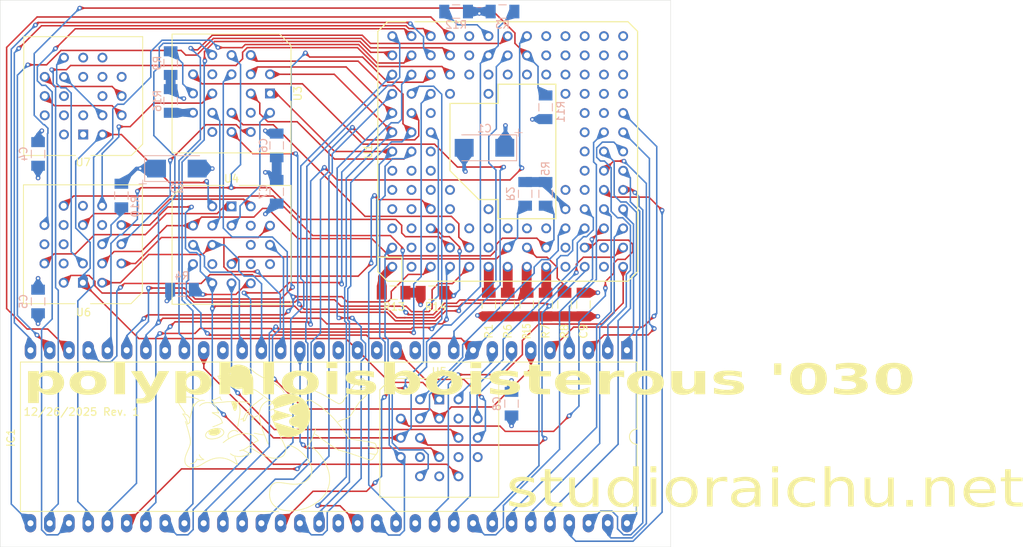
<source format=kicad_pcb>
(kicad_pcb (version 20241229) (generator "pcbnew") (generator_version "9.0")
  (layers (0 "F.Cu" signal) (4 "In1.Cu" power) (6 "In2.Cu" power) (2 "B.Cu" signal) (13 "F.Paste" user) (15 "B.Paste" user) (5 "F.SilkS" user "F.Silkscreen") (7 "B.SilkS" user "B.Silkscreen") (1 "F.Mask" user) (3 "B.Mask" user) (25 "Edge.Cuts" user))
  (net 0 "")
  (net 1 "GND")
  (net 2 "VCC")
  (net 3 "/{slash}AS_00")
  (net 4 "/A9")
  (net 5 "/A12")
  (net 7 "/D20")
  (net 8 "/A6")
  (net 9 "/A15")
  (net 10 "/A5")
  (net 11 "/D24")
  (net 12 "/A21")
  (net 13 "/{slash}R{slash}W")
  (net 14 "/{slash}VPA")
  (net 15 "/D30")
  (net 16 "/A22")
  (net 17 "/A8")
  (net 18 "/A18")
  (net 19 "/A17")
  (net 20 "/{slash}DTACK")
  (net 21 "/D27")
  (net 22 "/D23")
  (net 23 "/D21")
  (net 24 "/A16")
  (net 25 "/C8M.PDS")
  (net 26 "/D22")
  (net 27 "/A23")
  (net 28 "/{slash}VMA")
  (net 31 "/D26")
  (net 32 "/D16")
  (net 33 "/{slash}BR_00")
  (net 34 "/{slash}RESET_00")
  (net 35 "/D31")
  (net 36 "/{slash}UDS")
  (net 37 "/E")
  (net 38 "/FC0")
  (net 39 "/A7")
  (net 40 "/A11")
  (net 41 "/{slash}IPL1")
  (net 42 "/A19")
  (net 43 "/D29")
  (net 44 "/{slash}IPL2")
  (net 45 "/A3")
  (net 46 "/A13")
  (net 47 "/A10")
  (net 48 "/A14")
  (net 49 "/D17")
  (net 50 "/FC2")
  (net 51 "/FC1")
  (net 52 "/D28")
  (net 53 "/{slash}LDS")
  (net 54 "/D25")
  (net 55 "/A2")
  (net 56 "/{slash}IPL0")
  (net 57 "/D18")
  (net 58 "/D19")
  (net 59 "/A1")
  (net 60 "/A20")
  (net 61 "/A4")
  (net 63 "/{slash}DSACK0")
  (net 64 "/{slash}DSACK1")
  (net 65 "/{slash}RESET_30")
  (net 66 "/P2.A17")
  (net 67 "/{slash}AS_30")
  (net 68 "/{slash}STERM")
  (net 69 "/{slash}CBACK")
  (net 70 "/{slash}HALT_30")
  (net 71 "/P3.B10")
  (net 72 "/FPUSENSE")
  (net 73 "/CDIS")
  (net 74 "/{slash}MMUDIS")
  (net 75 "/{slash}BR_30")
  (net 76 "/{slash}BGACK_30")
  (net 77 "/{slash}BERR_30")
  (net 78 "/{slash}EXT.DTK")
  (net 79 "/CLK_30")
  (net 80 "/C16M")
  (net 83 "/D15")
  (net 84 "/SIZ1")
  (net 86 "/{slash}DS_30")
  (net 88 "/D5")
  (net 93 "/D12")
  (net 97 "/{slash}CIIN")
  (net 99 "/D9")
  (net 100 "/D2")
  (net 104 "/D8")
  (net 105 "/D6")
  (net 107 "/D13")
  (net 109 "/D1")
  (net 110 "/AVEC")
  (net 113 "/D0")
  (net 114 "/D4")
  (net 116 "/SIZ0")
  (net 117 "/ECS")
  (net 118 "/A0")
  (net 119 "/D7")
  (net 120 "/D11")
  (net 122 "/D3")
  (net 123 "/D14")
  (net 125 "/D10")
  (net 126 "/{slash}FPUCS")
  (net 127 "/NOFC")
  (net 128 "/{slash}SCC.RW.DEC")
  (net 129 "/{slash}DTACK_SYS+EX")
  (net 131 "/N$1")
  (net 132 "/N$7")
  (net 134 "/SM_CLK16")
  (net 143 "Net-(U7-I5)")
  (net 144 "Net-(U7-I4)")
  (net 149 "Net-(U7-I3)")
  (footprint "project:C_1206_3216Metric_Pad1.60x1.80mm_HandSolder" (layer "F.Cu") (at 186 68.9625 90)
    (property "Reference" "C9")
    (property "Value" "100nF")
  )
  (footprint "project:CPGA-128_Layout13x13_MC68030" (layer "F.Cu") (at 176 48.74 90)
    (property "Reference" "U1")
    (property "Value" "MC68030RC")
  )
  (footprint "project:PLCC-20_THT-Socket" (layer "F.Cu") (at 119.96 46.5 180)
    (property "Reference" "U7")
    (property "Value" "ATF16V8BJ")
  )
  (footprint "project:PLCC-20_THT-Socket" (layer "F.Cu") (at 166.96 81.5)
    (property "Reference" "U5")
    (property "Value" "ATF16V8BJ")
  )
  (footprint "project:PLCC-20_THT-Socket" (layer "F.Cu") (at 139.54 56)
    (property "Reference" "U4")
    (property "Value" "ATF16V8BJ")
  )
  (footprint "project:R_1206_3216Metric_Pad1.60x1.80mm_HandSolder" (layer "F.Cu") (at 166.0625 67.4 180)
    (property "Reference" "R14")
    (property "Value" "4k7")
  )
  (footprint "project:R_1206_3216Metric_Pad1.60x1.80mm_HandSolder" (layer "F.Cu") (at 173.5 68.9625 -90)
    (property "Reference" "R1")
    (property "Value" "4k7")
  )
  (footprint "project:PLCC-20_THT-Socket" (layer "F.Cu") (at 144.62 41.08 -90)
    (property "Reference" "U3")
    (property "Value" "ATF16V8BJ")
  )
  (footprint "project:R_1206_3216Metric_Pad1.60x1.80mm_HandSolder" (layer "F.Cu") (at 176 68.9625 -90)
    (property "Reference" "R6")
    (property "Value" "4k7")
  )
  (footprint "project:R_1206_3216Metric_Pad1.60x1.80mm_HandSolder" (layer "F.Cu") (at 183.5 68.9625 -90)
    (property "Reference" "R8")
    (property "Value" "4k7")
  )
  (footprint "project:PLCC-20_THT-Socket" (layer "F.Cu") (at 119.92 66.08 180)
    (property "Reference" "U6")
    (property "Value" "ATF16V8BJ")
  )
  (footprint "project:DIP-64_W22.86mm_LongPads_Mirror" (layer "F.Cu") (at 191.74 98 -90)
    (property "Reference" "IC1")
    (property "Value" "MC68000P")
  )
  (footprint "project:R_1206_3216Metric_Pad1.60x1.80mm_HandSolder" (layer "F.Cu") (at 181 68.9625 -90)
    (property "Reference" "R7")
    (property "Value" "4k7")
  )
  (footprint "project:R_1206_3216Metric_Pad1.60x1.80mm_HandSolder" (layer "F.Cu") (at 178.5 68.9625 -90)
    (property "Reference" "R15")
    (property "Value" "4k7")
  )
  (footprint "project:R_1206_3216Metric_Pad1.60x1.80mm_HandSolder" (layer "F.Cu") (at 160.9375 67.4)
    (property "Reference" "R13")
    (property "Value" "4k7")
  )
  (footprint "project:R_1206_3216Metric_Pad1.60x1.80mm_HandSolder" (layer "B.Cu") (at 169.1875 30.25)
    (property "Reference" "R12")
    (property "Value" "4k7")
  )
  (footprint "project:CP_EIA-6032-15_Kemet-U_Pad2.25x2.35mm_HandSolder" (layer "B.Cu") (at 172.931 48.25 180)
    (property "Reference" "C1")
    (property "Value" "22uF/10V")
  )
  (footprint "project:C_1206_3216Metric_Pad1.60x1.80mm_HandSolder" (layer "B.Cu") (at 176.5 82.0625 -90)
    (property "Reference" "C8")
    (property "Value" "100nF")
  )
  (footprint "project:C_1206_3216Metric_Pad1.60x1.80mm_HandSolder" (layer "B.Cu") (at 114 49.0625 -90)
    (property "Reference" "C4")
    (property "Value" "100nF")
  )
  (footprint "project:R_1206_3216Metric_Pad1.60x1.80mm_HandSolder" (layer "B.Cu") (at 125 54.5625 90)
    (property "Reference" "R10")
    (property "Value" "4k7")
  )
  (footprint "project:C_1206_3216Metric_Pad1.60x1.80mm_HandSolder" (layer "B.Cu") (at 145.5 54.0625 90)
    (property "Reference" "C7")
    (property "Value" "100nF")
  )
  (footprint "project:R_1206_3216Metric_Pad1.60x1.80mm_HandSolder" (layer "B.Cu") (at 131.5 42.0625 90)
    (property "Reference" "R16")
    (property "Value" "4k7")
  )
  (footprint "project:R_1206_3216Metric_Pad1.60x1.80mm_HandSolder" (layer "B.Cu") (at 175.3125 30.25 180)
    (property "Reference" "R3")
    (property "Value" "4k7")
  )
  (footprint "project:C_1206_3216Metric_Pad1.60x1.80mm_HandSolder" (layer "B.Cu") (at 114 68.5625 -90)
    (property "Reference" "C5")
    (property "Value" "100nF")
  )
  (footprint "project:CP_EIA-6032-15_Kemet-U_Pad2.25x2.35mm_HandSolder" (layer "B.Cu") (at 132.319 51)
    (property "Reference" "C3")
    (property "Value" "22uF/10V")
  )
  (footprint "project:R_1206_3216Metric_Pad1.60x1.80mm_HandSolder" (layer "B.Cu") (at 181 54.3375 90)
    (property "Reference" "R5")
    (property "Value" "4k7")
  )
  (footprint "project:R_1206_3216Metric_Pad1.60x1.80mm_HandSolder" (layer "B.Cu") (at 181 42.9 -90)
    (property "Reference" "R11")
    (property "Value" "4k7")
  )
  (footprint "project:R_1206_3216Metric_Pad1.60x1.80mm_HandSolder" (layer "B.Cu") (at 131.5 37.0625 -90)
    (property "Reference" "R9")
    (property "Value" "4k7")
  )
  (footprint "project:R_1206_3216Metric_Pad1.60x1.80mm_HandSolder" (layer "B.Cu") (at 178.3 54.3375 90)
    (property "Reference" "R2")
    (property "Value" "4k7")
  )
  (footprint "project:R_1206_3216Metric_Pad1.60x1.80mm_HandSolder" (layer "B.Cu") (at 133 67 180)
    (property "Reference" "R4")
    (property "Value" "4k7")
  )
  (footprint "project:C_1206_3216Metric_Pad1.60x1.80mm_HandSolder" (layer "B.Cu") (at 145.5 47.9375 -90)
    (property "Reference" "C6")
    (property "Value" "100nF")
  )
  (gr_curve (pts (xy 158.628012 88.75867) (xy 158.355199 88.768587) (xy 158.052583 88.709056) (xy 157.792048 88.639581)) (stroke (width 0.098954)) (layer "F.SilkS"))
  (gr_curve (pts (xy 156.903773 78.751851) (xy 156.251319 78.583777) (xy 154.630449 81.059994) (xy 154.313099 81.694692)) (stroke (width 0.098954)) (layer "F.SilkS"))
  (gr_curve (pts (xy 135.880327 89.426202) (xy 135.600759 89.333116) (xy 135.358881 89.078501) (xy 135.291769 88.810056)) (stroke (width 0.098954)) (layer "F.SilkS"))
  (gr_line (start 140.751707 84.142961) (end 141.135367 84.032414) (stroke (width 0.098954)) (layer "F.SilkS"))
  (gr_curve (pts (xy 133.83608 85.700359) (xy 133.91594 86.042391) (xy 134.213286 86.909663) (xy 134.070177 87.4821)) (stroke (width 0.098954)) (layer "F.SilkS"))
  (gr_curve (pts (xy 142.531488 85.970723) (xy 142.89171 86.0065) (xy 143.348264 86.156464) (xy 143.74309 86.186834)) (stroke (width 0.098954)) (layer "F.SilkS"))
  (gr_curve (pts (xy 157.850083 89.508968) (xy 158.234785 89.4646) (xy 158.350076 89.150577) (xy 158.493817 88.883626)) (stroke (width 0.098954)) (layer "F.SilkS"))
  (gr_curve (pts (xy 145.046391 82.780847) (xy 145.178655 82.870101) (xy 145.332954 83.264959) (xy 145.238573 83.40653)) (stroke (width 0.098954)) (layer "F.SilkS"))
  (gr_curve (pts (xy 133.457125 84.409667) (xy 133.598027 84.832375) (xy 133.724 85.280478) (xy 133.83608 85.700359)) (stroke (width 0.098954)) (layer "F.SilkS"))
  (gr_curve (pts (xy 146.327227 88.975588) (xy 146.574717 88.810593) (xy 146.636516 88.34781) (xy 146.759448 88.101946)) (stroke (width 0.098954)) (layer "F.SilkS"))
  (gr_curve (pts (xy 155.056935 86.680343) (xy 153.707088 84.59817) (xy 152.130847 82.728225) (xy 149.832733 81.538627)) (stroke (width 0.098954)) (layer "F.SilkS"))
  (gr_curve (pts (xy 144.225892 81.38871) (xy 143.99247 81.207691) (xy 142.610421 80.095111) (xy 142.414238 80.193203)) (stroke (width 0.098954)) (layer "F.SilkS"))
  (gr_curve (pts (xy 141.320693 84.286021) (xy 141.46442 83.92437) (xy 141.639177 83.504495) (xy 141.873423 83.20332)) (stroke (width 0.098954)) (layer "F.SilkS"))
  (gr_curve (pts (xy 143.069921 86.948879) (xy 141.93301 85.195732) (xy 139.60566 86.2376) (xy 138.439995 87.208987)) (stroke (width 0.098954)) (layer "F.SilkS"))
  (gr_line (start 157.372622 79.386231) (end 157.156166 79.143593) (stroke (width 0.098954)) (layer "F.SilkS"))
  (gr_curve (pts (xy 138.817152 76.824166) (xy 139.054361 76.863227) (xy 139.167683 76.998817) (xy 139.272341 77.155803)) (stroke (width 0.098954)) (layer "F.SilkS"))
  (gr_curve (pts (xy 153.701846 82.078351) (xy 152.419281 81.440682) (xy 151.702659 80.693575) (xy 149.625321 80.063994)) (stroke (width 0.098954)) (layer "F.SilkS"))
  (gr_curve (pts (xy 154.930857 83.964136) (xy 155.632685 83.31978) (xy 155.973764 82.29697) (xy 156.654075 81.61666)) (stroke (width 0.098954)) (layer "F.SilkS"))
  (gr_curve (pts (xy 134.02729 84.543011) (xy 133.964153 84.08981) (xy 134.132435 83.704003) (xy 134.234205 83.296925)) (stroke (width 0.098954)) (layer "F.SilkS"))
  (gr_curve (pts (xy 151.952617 89.979139) (xy 151.53531 89.144527) (xy 150.867303 88.284524) (xy 150.13186 87.794231)) (stroke (width 0.098954)) (layer "F.SilkS"))
  (gr_curve (pts (xy 157.372622 79.386231) (xy 157.414077 79.494908) (xy 157.441783 79.624755) (xy 157.466909 79.750384)) (stroke (width 0.098954)) (layer "F.SilkS"))
  (gr_line (start 145.25483 82.692859) (end 145.046391 82.780847) (stroke (width 0.098954)) (layer "F.SilkS"))
  (gr_curve (pts (xy 138.137619 84.103946) (xy 138.230051 84.257998) (xy 138.281311 84.430662) (xy 138.345705 84.591648)) (stroke (width 0.098954)) (layer "F.SilkS"))
  (gr_curve (pts (xy 134.583891 82.40999) (xy 134.844402 81.866516) (xy 135.322511 81.497313) (xy 135.955961 81.655676)) (stroke (width 0.098954)) (layer "F.SilkS"))
  (gr_curve (pts (xy 139.337369 78.508367) (xy 138.845509 78.490278) (xy 138.308815 78.600273) (xy 137.87426 78.75547)) (stroke (width 0.098954)) (layer "F.SilkS"))
  (gr_curve (pts (xy 135.058589 90.369302) (xy 135.953138 90.071118) (xy 137.678684 88.089979) (xy 140.306271 90.135204)) (stroke (width 0.098954)) (layer "F.SilkS"))
  (gr_curve (pts (xy 133.103071 83.416475) (xy 133.455673 83.368467) (xy 133.836064 83.593189) (xy 133.949122 83.894678)) (stroke (width 0.098954)) (layer "F.SilkS"))
  (gr_curve (pts (xy 144.565544 94.075844) (xy 144.565544 98.333221) (xy 154.933936 95.941777) (xy 151.952617 89.979139)) (stroke (width 0.098954)) (layer "F.SilkS"))
  (gr_curve (pts (xy 157.590461 87.755213) (xy 158.547037 87.794577) (xy 159.210003 87.989618) (xy 158.628012 88.75867)) (stroke (width 0.098954)) (layer "F.SilkS"))
  (gr_curve (pts (xy 141.706128 80.786359) (xy 141.523262 80.907341) (xy 141.24517 80.853954) (xy 141.041078 80.78106)) (stroke (width 0.098954)) (layer "F.SilkS"))
  (gr_curve (pts (xy 157.382381 79.984481) (xy 156.958086 79.906782) (xy 156.610216 79.923337) (xy 156.387467 80.400655)) (stroke (width 0.098954)) (layer "F.SilkS"))
  (gr_curve (pts (xy 145.238573 83.40653) (xy 145.169273 83.510477) (xy 144.883337 83.711022) (xy 144.796901 83.786654)) (stroke (width 0.098954)) (layer "F.SilkS"))
  (gr_line (start 134.491699 82.064631) (end 134.583891 82.40999) (stroke (width 0.098954)) (layer "F.SilkS"))
  (gr_curve (pts (xy 137.841746 83.287856) (xy 137.570232 83.259265) (xy 137.270129 83.227223) (xy 136.993143 83.261845)) (stroke (width 0.098954)) (layer "F.SilkS"))
  (gr_curve (pts (xy 145.545548 79.623038) (xy 145.92982 79.878846) (xy 146.354986 80.2076) (xy 146.474366 80.625425)) (stroke (width 0.098954)) (layer "F.SilkS"))
  (gr_poly (pts (xy 144.79161 83.794234) (xy 144.79175 83.792643) (xy 144.791921 83.791096) (xy 144.792123 83.789594) (xy 144.792356 83.788136) (xy 144.79262 83.786723) (xy 144.792914 83.785356) (xy 144.79324 83.784034) (xy 144.793596 83.782758) (xy 144.793982 83.781528) (xy 144.7944 83.780344) (xy 144.794848 83.779208) (xy 144.795327 83.778118) (xy 144.795837 83.777076) (xy 144.796377 83.776082) (xy 144.796948 83.775135) (xy 144.806387 83.762601) (xy 144.818926 83.749483) (xy 144.852118 83.721317) (xy 144.942638 83.65603) (xy 144.995211 83.618202) (xy 145.049491 83.576448) (xy 145.103101 83.530413) (xy 145.128912 83.505681) (xy 145.153665 83.479745) (xy 145.177061 83.452563) (xy 145.198805 83.42409) (xy 145.218598 83.394281) (xy 145.236145 83.363094) (xy 145.251147 83.330483) (xy 145.263308 83.296405) (xy 145.27233 83.260814) (xy 145.277917 83.223668) (xy 145.279771 83.184922) (xy 145.277596 83.144531) (xy 145.271093 83.102452) (xy 145.259967 83.058641) (xy 145.24392 83.013053) (xy 145.222655 82.965643) (xy 145.195875 82.916369) (xy 145.163282 82.865186) (xy 147.673331 83.621398) (xy 147.678074 83.627196) (xy 147.673331 83.633521) (xy 145.040292 84.426981) (xy 144.987512 84.315947) (xy 144.939208 84.211521) (xy 144.896237 84.114991) (xy 144.859461 84.027646) (xy 144.843665 83.98782) (xy 144.82974 83.950774) (xy 144.817793 83.916667) (xy 144.807932 83.885661) (xy 144.800265 83.857917) (xy 144.794899 83.833596) (xy 144.791942 83.81286) (xy 144.7915 83.795868)) (fill yes) (layer "F.SilkS"))
  (gr_curve (pts (xy 153.665805 88.193908) (xy 155.074831 88.521088) (xy 156.456595 89.110828) (xy 157.850083 89.508968)) (stroke (width 0.098954)) (layer "F.SilkS"))
  (gr_curve (pts (xy 133.742207 84.759123) (xy 133.667124 84.294354) (xy 133.394742 83.766482) (xy 133.103071 83.416475)) (stroke (width 0.098954)) (layer "F.SilkS"))
  (gr_curve (pts (xy 144.370463 87.38456) (xy 143.772524 85.754012) (xy 142.013152 82.599902) (xy 144.520025 81.597152)) (stroke (width 0.098954)) (layer "F.SilkS"))
  (gr_curve (pts (xy 157.156166 79.143593) (xy 157.165811 79.039628) (xy 157.041429 78.860012) (xy 156.903773 78.751851)) (stroke (width 0.098954)) (layer "F.SilkS"))
  (gr_curve (pts (xy 156.654075 81.61666) (xy 156.854288 81.416448) (xy 157.403714 80.986912) (xy 157.486423 80.738795)) (stroke (width 0.098954)) (layer "F.SilkS"))
  (gr_line (start 141.083344 84.367304) (end 141.135367 84.032414) (stroke (width 0.098954)) (layer "F.SilkS"))
  (gr_curve (pts (xy 158.63176 87.798472) (xy 158.703785 87.646866) (xy 158.563968 87.427976) (xy 158.457034 87.297279)) (stroke (width 0.098954)) (layer "F.SilkS"))
  (gr_curve (pts (xy 140.624904 88.275431) (xy 141.569277 88.169154) (xy 142.224645 87.202462) (xy 143.069921 86.948879)) (stroke (width 0.098954)) (layer "F.SilkS"))
  (gr_curve (pts (xy 150.612662 86.115565) (xy 151.455833 86.68944) (xy 152.624033 87.632956) (xy 153.665805 88.193908)) (stroke (width 0.098954)) (layer "F.SilkS"))
  (gr_line (start 141.083344 84.367304) (end 141.320693 84.286021) (stroke (width 0.098954)) (layer "F.SilkS"))
  (gr_curve (pts (xy 139.174801 86.685519) (xy 138.724558 86.021293) (xy 139.811894 85.209233) (xy 140.394058 85.791398)) (stroke (width 0.098954)) (layer "F.SilkS"))
  (gr_curve (pts (xy 158.457034 87.297279) (xy 157.3941 87.000273) (xy 156.107511 86.905466) (xy 155.056935 86.680343)) (stroke (width 0.098954)) (layer "F.SilkS"))
  (gr_curve (pts (xy 136.996395 81.59065) (xy 137.209639 81.581389) (xy 137.755688 81.318855) (xy 138.023822 81.174476)) (stroke (width 0.098954)) (layer "F.SilkS"))
  (gr_line (start 149.390549 81.746714) (end 149.832733 81.538627) (stroke (width 0.098954)) (layer "F.SilkS"))
  (gr_curve (pts (xy 153.604304 84.458342) (xy 153.868473 84.26266) (xy 154.514069 84.083219) (xy 154.930857 83.964136)) (stroke (width 0.098954)) (layer "F.SilkS"))
  (gr_curve (pts (xy 132.528307 81.678392) (xy 132.9234 80.888205) (xy 134.65535 81.187104) (xy 135.236592 81.535849)) (stroke (width 0.098954)) (layer "F.SilkS"))
  (gr_line (start 144.225892 81.38871) (end 144.520025 81.597152) (stroke (width 0.098954)) (layer "F.SilkS"))
  (gr_line (start 144.902097 81.986452) (end 144.978466 81.993818) (stroke (width 0.098954)) (layer "F.SilkS"))
  (gr_poly (pts (xy 144.917373 81.718524) (xy 145.026178 81.602518) (xy 145.141176 81.492749) (xy 145.262082 81.389478) (xy 145.388613 81.292966) (xy 145.520485 81.203474) (xy 145.657415 81.121265) (xy 145.799117 81.0466) (xy 145.945309 80.979739) (xy 146.095706 80.920945) (xy 146.250024 80.870479) (xy 146.40798 80.828603) (xy 146.56929 80.795577) (xy 146.73367 80.771664) (xy 146.900836 80.757124) (xy 147.070503 80.752219) (xy 147.218449 80.755961) (xy 147.364451 80.767065) (xy 147.508329 80.785351) (xy 147.649901 80.810638) (xy 147.788987 80.842746) (xy 147.925407 80.881493) (xy 148.05898 80.926699) (xy 148.189526 80.978183) (xy 148.316864 81.035764) (xy 148.440813 81.099262) (xy 148.561194 81.168495) (xy 148.677826 81.243284) (xy 148.790527 81.323446) (xy 148.899119 81.408802) (xy 149.00342 81.49917) (xy 149.103249 81.594371) (xy 149.198426 81.694222) (xy 149.288772 81.798544) (xy 149.374104 81.907155) (xy 149.454243 82.019875) (xy 149.529008 82.136523) (xy 149.598219 82.256918) (xy 149.661695 82.38088) (xy 149.719256 82.508227) (xy 149.770721 82.638779) (xy 149.815909 82.772355) (xy 149.854641 82.908775) (xy 149.886735 83.047857) (xy 149.912011 83.189421) (xy 149.930289 83.333286) (xy 149.941389 83.479271) (xy 149.945129 83.627196) (xy 149.9414 83.775096) (xy 149.930309 83.921054) (xy 149.912038 84.06489) (xy 149.886767 84.206424) (xy 149.854676 84.345474) (xy 149.815946 84.481861) (xy 149.770758 84.615403) (xy 149.719292 84.74592) (xy 149.661729 84.873232) (xy 149.59825 84.997157) (xy 149.529035 85.117516) (xy 149.454266 85.234127) (xy 149.374121 85.34681) (xy 149.288783 85.455385) (xy 149.198432 85.55967) (xy 149.103249 85.659486) (xy 149.003414 85.754652) (xy 148.899107 85.844987) (xy 148.79051 85.93031) (xy 148.677803 86.010441) (xy 148.561167 86.085199) (xy 148.440782 86.154404) (xy 148.316829 86.217875) (xy 148.189489 86.275432) (xy 148.058943 86.326894) (xy 147.92537 86.37208) (xy 147.788952 86.41081) (xy 147.649869 86.442903) (xy 147.508302 86.468178) (xy 147.364432 86.486456) (xy 147.218438 86.497555) (xy 147.070503 86.501295) (xy 146.996543 86.500361) (xy 146.923045 86.497574) (xy 146.850031 86.492956) (xy 146.777524 86.486532) (xy 146.705545 86.478322) (xy 146.634117 86.468351) (xy 146.563262 86.456641) (xy 146.493001 86.443214) (xy 146.423358 86.428094) (xy 146.354353 86.411304) (xy 146.28601 86.392865) (xy 146.21835 86.372801) (xy 146.151396 86.351135) (xy 146.085169 86.327889) (xy 146.019691 86.303086) (xy 145.954986 86.27675) (xy 145.876166 86.101841) (xy 145.777996 85.897212) (xy 145.542866 85.427824) (xy 145.28811 84.926651) (xy 145.05224 84.451755) (xy 148.421109 85.478722) (xy 148.421109 85.283343) (xy 148.32274 85.259486) (xy 148.214425 85.230527) (xy 148.079711 85.190982) (xy 147.928362 85.141425) (xy 147.849501 85.113073) (xy 147.770143 85.082434) (xy 147.691508 85.049579) (xy 147.614818 85.014582) (xy 147.541293 84.977513) (xy 147.472153 84.938444) (xy 147.43646 84.915913) (xy 147.401777 84.891912) (xy 147.368288 84.866447) (xy 147.336181 84.839519) (xy 147.305639 84.811133) (xy 147.276851 84.781293) (xy 147.25 84.75) (xy 147.225273 84.71726) (xy 147.202855 84.683075) (xy 147.182933 84.647448) (xy 147.165691 84.610384) (xy 147.151317 84.571885) (xy 147.145262 84.552099) (xy 147.139995 84.531955) (xy 147.135536 84.511455) (xy 147.131911 84.490598) (xy 147.129141 84.469385) (xy 147.12725 84.447816) (xy 147.126262 84.425892) (xy 147.1262 84.403613) (xy 147.127884 84.372235) (xy 147.131762 84.341296) (xy 147.137941 84.310712) (xy 147.146531 84.280395) (xy 147.15764 84.250261) (xy 147.171375 84.220222) (xy 147.187847 84.190194) (xy 147.207162 84.16009) (xy 147.229429 84.129824) (xy 147.254757 84.099311) (xy 147.283255 84.068463) (xy 147.31503 84.037196) (xy 147.35019 84.005422) (xy 147.388846 83.973057) (xy 147.431104 83.940014) (xy 147.477073 83.906207) (xy 147.50835 83.884996) (xy 147.544263 83.86273) (xy 147.583892 83.839746) (xy 147.62632 83.816376) (xy 147.715901 83.769818) (xy 147.805662 83.72573) (xy 147.888259 83.686786) (xy 147.956349 83.655658) (xy 148.019634 83.627547) (xy 147.956421 83.599409) (xy 147.805853 83.529245) (xy 147.716125 83.485085) (xy 147.626536 83.438436) (xy 147.544409 83.391971) (xy 147.508435 83.369642) (xy 147.477073 83.348361) (xy 147.431104 83.314644) (xy 147.388846 83.281679) (xy 147.350191 83.24938) (xy 147.31503 83.217661) (xy 147.283255 83.186435) (xy 147.254758 83.155618) (xy 147.22943 83.125122) (xy 147.207163 83.094862) (xy 147.187848 83.064752) (xy 147.171377 83.034706) (xy 147.157641 83.004637) (xy 147.146533 82.974461) (xy 147.137943 82.944091) (xy 147.131763 82.91344) (xy 147.127885 82.882423) (xy 147.1262 82.850955) (xy 147.126263 82.828698) (xy 147.127251 82.806793) (xy 147.129142 82.785239) (xy 147.131912 82.764038) (xy 147.135538 82.74319) (xy 147.139997 82.722697) (xy 147.145265 82.702558) (xy 147.151321 82.682774) (xy 147.158139 82.663347) (xy 147.165699 82.644276) (xy 147.173975 82.625564) (xy 147.182946 82.607209) (xy 147.192588 82.589214) (xy 147.202877 82.571578) (xy 147.225307 82.537389) (xy 147.250051 82.504647) (xy 147.276924 82.473359) (xy 147.305741 82.44353) (xy 147.336317 82.415166) (xy 147.368466 82.388273) (xy 147.402004 82.362856) (xy 147.436745 82.338922) (xy 147.472505 82.316475) (xy 147.541556 82.277386) (xy 147.615008 82.240301) (xy 147.691638 82.205293) (xy 147.770224 82.172432) (xy 147.849544 82.14179) (xy 147.928378 82.113438) (xy 148.005502 82.087448) (xy 148.079695 82.06389) (xy 148.214402 82.024359) (xy 148.322723 81.995416) (xy 148.421109 81.971577) (xy 148.421109 81.775847) (xy 145.105301 82.787175) (xy 145.093054 82.772333) (xy 145.080349 82.757337) (xy 145.067163 82.742193) (xy 145.053469 82.72691) (xy 145.129225 82.713507) (xy 145.177635 82.704733) (xy 145.211072 82.698271) (xy 145.204375 82.630152) (xy 145.194792 82.564448) (xy 145.182426 82.501056) (xy 145.16738 82.439874) (xy 145.149755 82.380799) (xy 145.129654 82.323727) (xy 145.107181 82.268555) (xy 145.082437 82.21518) (xy 145.055525 82.163499) (xy 145.026547 82.113409) (xy 144.995606 82.064806) (xy 144.962805 82.017589) (xy 144.928246 81.971653) (xy 144.892031 81.926896) (xy 144.854263 81.883214) (xy 144.815045 81.840505)) (fill yes) (layer "F.SilkS"))
  (gr_curve (pts (xy 139.402396 88.678598) (xy 139.977384 89.223223) (xy 141.297292 89.116713) (xy 142.081509 88.626576)) (stroke (width 0.098954)) (layer "F.SilkS"))
  (gr_curve (pts (xy 149.389566 87.927219) (xy 149.976956 87.375293) (xy 150.405515 86.215236) (xy 150.66784 85.297102)) (stroke (width 0.098954)) (layer "F.SilkS"))
  (gr_curve (pts (xy 141.135367 84.032414) (xy 141.500003 82.779488) (xy 142.676476 82.06043) (xy 143.687913 81.273757)) (stroke (width 0.098954)) (layer "F.SilkS"))
  (gr_poly (pts (xy 136.121975 86.162673) (xy 136.142544 86.090653) (xy 136.173084 86.020921) (xy 136.212944 85.953625) (xy 136.261476 85.888916) (xy 136.318029 85.826943) (xy 136.381954 85.767854) (xy 136.452601 85.711799) (xy 136.529321 85.658927) (xy 136.611464 85.609388) (xy 136.698381 85.56333) (xy 136.789421 85.520903) (xy 136.883935 85.482256) (xy 136.981274 85.447538) (xy 137.181826 85.390486) (xy 137.38588 85.350941) (xy 137.487596 85.338107) (xy 137.588239 85.330097) (xy 137.687159 85.327061) (xy 137.783706 85.329147) (xy 137.877231 85.336506) (xy 137.967084 85.349286) (xy 138.052615 85.367636) (xy 138.133175 85.391706) (xy 138.208114 85.421645) (xy 138.276783 85.457602) (xy 138.338532 85.499726) (xy 138.39271 85.548167) (xy 138.43867 85.603073) (xy 138.47576 85.664594) (xy 138.507197 85.744799) (xy 138.521533 85.823894) (xy 138.519799 85.90159) (xy 138.503025 85.977595) (xy 138.472243 86.051618) (xy 138.428483 86.123367) (xy 138.372775 86.192551) (xy 138.306151 86.258879) (xy 138.229641 86.322061) (xy 138.144276 86.381804) (xy 138.051086 86.437817) (xy 137.951102 86.489809) (xy 137.845356 86.53749) (xy 137.734877 86.580567) (xy 137.620696 86.61875) (xy 137.503844 86.651748) (xy 137.385352 86.679268) (xy 137.266251 86.701021) (xy 137.147571 86.716714) (xy 137.030343 86.726056) (xy 136.915597 86.728758) (xy 136.804364 86.724526) (xy 136.697676 86.71307) (xy 136.596562 86.694099) (xy 136.502054 86.667321) (xy 136.415182 86.632445) (xy 136.336976 86.589181) (xy 136.268468 86.537236) (xy 136.210689 86.47632) (xy 136.164668 86.406142) (xy 136.131437 86.326409) (xy 136.112026 86.236832)) (stroke (width 0.098954)) (fill no) (layer "F.SilkS"))
  (gr_curve (pts (xy 140.751707 84.142961) (xy 140.878801 84.110857) (xy 141.00716 84.070877) (xy 141.135367 84.032414)) (stroke (width 0.098954)) (layer "F.SilkS"))
  (gr_curve (pts (xy 149.715687 91.968968) (xy 147.714963 94.055217) (xy 144.565544 90.706801) (xy 144.565544 94.075844)) (stroke (width 0.098954)) (layer "F.SilkS"))
  (gr_curve (pts (xy 142.050576 88.632906) (xy 141.619311 88.552742) (xy 141.34764 88.309154) (xy 140.997138 88.177715)) (stroke (width 0.098954)) (layer "F.SilkS"))
  (gr_curve (pts (xy 144.572046 82.959469) (xy 144.669073 82.899116) (xy 144.892944 82.826883) (xy 145.046391 82.780847)) (stroke (width 0.098954)) (layer "F.SilkS"))
  (gr_curve (pts (xy 137.341037 82.299445) (xy 137.548624 82.610825) (xy 137.713742 82.946511) (xy 137.841746 83.287856)) (stroke (width 0.098954)) (layer "F.SilkS"))
  (gr_curve (pts (xy 140.299769 81.883271) (xy 141.041367 82.624869) (xy 140.442758 84.296373) (xy 140.338785 85.180142)) (stroke (width 0.098954)) (layer "F.SilkS"))
  (gr_line (start 140.628155 81.824746) (end 140.299769 81.883271) (stroke (width 0.098954)) (layer "F.SilkS"))
  (gr_curve (pts (xy 144.454997 82.354717) (xy 144.532482 82.231973) (xy 144.802255 82.089932) (xy 144.978466 81.993818)) (stroke (width 0.098954)) (layer "F.SilkS"))
  (gr_curve (pts (xy 138.023822 81.174476) (xy 138.036209 81.441205) (xy 138.091277 81.505564) (xy 138.25792 81.61666)) (stroke (width 0.098954)) (layer "F.SilkS"))
  (gr_line (start 134.02729 84.543011) (end 133.742207 84.759123) (stroke (width 0.098954)) (layer "F.SilkS"))
  (gr_line (start 144.796901 83.786654) (end 144.80985 83.738343) (stroke (width 0.098954)) (layer "F.SilkS"))
  (gr_curve (pts (xy 135.318696 82.364472) (xy 135.709595 81.820247) (xy 136.966491 81.737624) (xy 137.341037 82.299445)) (stroke (width 0.098954)) (layer "F.SilkS"))
  (gr_curve (pts (xy 137.87426 78.75547) (xy 137.847306 78.630895) (xy 137.783367 78.526503) (xy 137.724698 78.423832)) (stroke (width 0.098954)) (layer "F.SilkS"))
  (gr_curve (pts (xy 156.33544 79.71787) (xy 156.442678 79.31573) (xy 156.983248 79.204523) (xy 157.372622 79.386231)) (stroke (width 0.098954)) (layer "F.SilkS"))
  (gr_curve (pts (xy 141.949829 87.844453) (xy 142.973195 88.392708) (xy 144.901445 89.926108) (xy 146.327227 88.975588)) (stroke (width 0.098954)) (layer "F.SilkS"))
  (gr_curve (pts (xy 133.758047 90.330284) (xy 134.191488 90.619245) (xy 134.597892 90.522867) (xy 135.058589 90.369302)) (stroke (width 0.098954)) (layer "F.SilkS"))
  (gr_curve (pts (xy 137.724698 78.423832) (xy 138.091857 78.386161) (xy 138.463634 78.341478) (xy 138.810649 78.319788)) (stroke (width 0.098954)) (layer "F.SilkS"))
  (gr_curve (pts (xy 140.306271 90.135204) (xy 140.269366 89.79812) (xy 140.075411 89.433948) (xy 139.974633 89.098022)) (stroke (width 0.098954)) (layer "F.SilkS"))
  (gr_curve (pts (xy 138.345705 84.591648) (xy 137.940166 84.791899) (xy 137.492204 84.980192) (xy 137.067924 85.121619)) (stroke (width 0.098954)) (layer "F.SilkS"))
  (gr_curve (pts (xy 142.414238 80.193203) (xy 142.153967 80.323337) (xy 141.892011 80.617376) (xy 141.706128 80.786359)) (stroke (width 0.098954)) (layer "F.SilkS"))
  (gr_curve (pts (xy 140.628155 81.824746) (xy 141.048446 81.829153) (xy 141.776404 81.775717) (xy 142.052248 82.130373)) (stroke (width 0.098954)) (layer "F.SilkS"))
  (gr_line (start 157.466909 79.750384) (end 157.382381 79.984481) (stroke (width 0.098954)) (layer "F.SilkS"))
  (gr_curve (pts (xy 134.151439 89.996367) (xy 134.446486 90.005824) (xy 134.916226 89.767492) (xy 134.960706 89.389417)) (stroke (width 0.098954)) (layer "F.SilkS"))
  (gr_curve (pts (xy 137.243497 81.980811) (xy 137.640559 81.958939) (xy 140.019709 81.603213) (xy 140.299769 81.883271)) (stroke (width 0.098954)) (layer "F.SilkS"))
  (gr_line (start 142.050576 88.632906) (end 142.081509 88.626576) (stroke (width 0.098954)) (layer "F.SilkS"))
  (gr_line (start 142.367628 83.821079) (end 142.195308 84.250255) (stroke (width 0.098954)) (layer "F.SilkS"))
  (gr_curve (pts (xy 142.195308 84.250255) (xy 142.323303 84.036558) (xy 142.703225 83.737956) (xy 143.011396 83.645503)) (stroke (width 0.098954)) (layer "F.SilkS"))
  (gr_curve (pts (xy 149.625321 80.063994) (xy 149.127729 80.233966) (xy 148.706011 80.456477) (xy 148.301347 80.787565)) (stroke (width 0.098954)) (layer "F.SilkS"))
  (gr_curve (pts (xy 144.520025 81.597152) (xy 144.696617 81.668784) (xy 144.826091 81.872445) (xy 144.902097 81.986452)) (stroke (width 0.098954)) (layer "F.SilkS"))
  (gr_curve (pts (xy 141.873423 83.20332) (xy 142.034197 83.627087) (xy 142.262918 83.755929) (xy 142.367628 83.821079)) (stroke (width 0.098954)) (layer "F.SilkS"))
  (gr_line (start 138.810649 78.319788) (end 139.285346 78.326291) (stroke (width 0.098954)) (layer "F.SilkS"))
  (gr_curve (pts (xy 149.832733 81.538627) (xy 149.680278 81.576107) (xy 149.518721 81.677698) (xy 149.390549 81.746714)) (stroke (width 0.098954)) (layer "F.SilkS"))
  (gr_curve (pts (xy 154.313099 81.694692) (xy 154.214966 81.890959) (xy 153.874525 82.062653) (xy 153.701846 82.078351)) (stroke (width 0.098954)) (layer "F.SilkS"))
  (gr_line (start 158.493817 88.883626) (end 158.628012 88.75867) (stroke (width 0.098954)) (layer "F.SilkS"))
  (gr_line (start 140.624904 88.275431) (end 140.997138 88.177715) (stroke (width 0.098954)) (layer "F.SilkS"))
  (gr_curve (pts (xy 139.285346 78.326291) (xy 138.627072 77.986042) (xy 138.45985 77.404783) (xy 138.817152 76.824166)) (stroke (width 0.098954)) (layer "F.SilkS"))
  (gr_curve (pts (xy 136.993143 83.261845) (xy 137.384244 83.509184) (xy 137.881491 83.677066) (xy 138.137619 84.103946)) (stroke (width 0.098954)) (layer "F.SilkS"))
  (gr_curve (pts (xy 141.986613 77.323982) (xy 142.695004 78.331021) (xy 144.433621 78.881753) (xy 145.545548 79.623038)) (stroke (width 0.098954)) (layer "F.SilkS"))
  (gr_curve (pts (xy 134.960706 89.389417) (xy 135.203574 89.496656) (xy 135.623018 89.506611) (xy 135.880327 89.426202)) (stroke (width 0.098954)) (layer "F.SilkS"))
  (gr_poly (pts (xy 136.495666 85.863854) (xy 136.507835 85.816162) (xy 136.528621 85.766294) (xy 136.558471 85.714313) (xy 136.59783 85.660279) (xy 136.647145 85.604253) (xy 136.706861 85.546297) (xy 136.777424 85.486472) (xy 136.787962 85.47853) (xy 136.79892 85.47115) (xy 136.810268 85.464309) (xy 136.821977 85.457982) (xy 136.846359 85.446779) (xy 136.871828 85.437353) (xy 136.898146 85.429517) (xy 136.925077 85.423082) (xy 136.952382 85.41786) (xy 136.979824 85.413662) (xy 137.17579 85.394386) (xy 137.244334 85.376916) (xy 137.312121 85.363735) (xy 137.378887 85.354683) (xy 137.44437 85.3496) (xy 137.508306 85.348326) (xy 137.570431 85.350702) (xy 137.630483 85.356567) (xy 137.688197 85.365763) (xy 137.743311 85.37813) (xy 137.79556 85.393507) (xy 137.844683 85.411735) (xy 137.890415 85.432655) (xy 137.932493 85.456106) (xy 137.970653 85.481929) (xy 138.004633 85.509965) (xy 138.034168 85.540053) (xy 138.058996 85.572033) (xy 138.078854 85.605747) (xy 138.093477 85.641035) (xy 138.102602 85.677735) (xy 138.105966 85.71569) (xy 138.103306 85.754739) (xy 138.094359 85.794723) (xy 138.07886 85.835481) (xy 138.056547 85.876855) (xy 138.027156 85.918684) (xy 137.990424 85.960808) (xy 137.946088 86.003069) (xy 137.893883 86.045306) (xy 137.833547 86.087359) (xy 137.764817 86.129069) (xy 137.687428 86.170277) (xy 137.629123 86.196849) (xy 137.568285 86.219716) (xy 137.50536 86.238939) (xy 137.440793 86.25458) (xy 137.375031 86.2667) (xy 137.30852 86.275359) (xy 137.241705 86.28062) (xy 137.175033 86.282543) (xy 137.108951 86.281189) (xy 137.043903 86.27662) (xy 136.980336 86.268897) (xy 136.918696 86.258081) (xy 136.859429 86.244233) (xy 136.80298 86.227414) (xy 136.749797 86.207686) (xy 136.700325 86.18511) (xy 136.65501 86.159747) (xy 136.614298 86.131658) (xy 136.578635 86.100905) (xy 136.548467 86.067548) (xy 136.524241 86.031649) (xy 136.506401 85.993269) (xy 136.495395 85.952469) (xy 136.491668 85.90931)) (fill yes) (layer "F.SilkS"))
  (gr_curve (pts (xy 146.919522 87.62516) (xy 147.90338 87.271893) (xy 151.348015 90.266861) (xy 149.715687 91.968968)) (stroke (width 0.098954)) (layer "F.SilkS"))
  (gr_curve (pts (xy 157.486423 80.738795) (xy 157.558225 80.523386) (xy 157.454299 80.152296) (xy 157.382381 79.984481)) (stroke (width 0.098954)) (layer "F.SilkS"))
  (gr_curve (pts (xy 134.234205 83.296925) (xy 134.335645 82.891163) (xy 134.401654 82.469831) (xy 134.491699 82.064631)) (stroke (width 0.098954)) (layer "F.SilkS"))
  (gr_poly (pts (xy 139.577345 81.93747) (xy 139.578744 81.927957) (xy 139.581014 81.919331) (xy 139.591718 81.892219) (xy 139.604523 81.868435) (xy 139.619285 81.847864) (xy 139.635859 81.830393) (xy 139.654098 81.815907) (xy 139.673858 81.804291) (xy 139.694993 81.795432) (xy 139.717358 81.789215) (xy 139.740808 81.785526) (xy 139.765198 81.78425) (xy 139.790381 81.785274) (xy 139.816214 81.788482) (xy 139.842551 81.793761) (xy 139.869246 81.800996) (xy 139.896154 81.810073) (xy 139.92313 81.820878) (xy 139.950028 81.833296) (xy 139.976704 81.847213) (xy 140.003012 81.862515) (xy 140.028807 81.879087) (xy 140.053944 81.896816) (xy 140.078277 81.915586) (xy 140.10166 81.935284) (xy 140.12395 81.955795) (xy 140.145 81.977005) (xy 140.164665 81.998799) (xy 140.1828 82.021064) (xy 140.19926 82.043685) (xy 140.213899 82.066547) (xy 140.226572 82.089537) (xy 140.237134 82.11254) (xy 140.24544 82.135442) (xy 140.24794 82.164445) (xy 140.247362 82.209902) (xy 140.243703 82.26888) (xy 140.23696 82.338444) (xy 140.22713 82.41566) (xy 140.214211 82.497594) (xy 140.198198 82.581311) (xy 140.179089 82.663879) (xy 140.15688 82.742362) (xy 140.131569 82.813826) (xy 140.103152 82.875338) (xy 140.087778 82.901445) (xy 140.071627 82.923963) (xy 140.054697 82.942526) (xy 140.036989 82.956768) (xy 140.018503 82.96632) (xy 139.999237 82.970817) (xy 139.979192 82.969892) (xy 139.958367 82.963178) (xy 139.936762 82.950307) (xy 139.914376 82.930915) (xy 139.902632 82.918376) (xy 139.891572 82.904986) (xy 139.881164 82.890797) (xy 139.871376 82.875857) (xy 139.853529 82.843922) (xy 139.837769 82.809578) (xy 139.823836 82.773222) (xy 139.81147 82.735251) (xy 139.80041 82.696059) (xy 139.790396 82.656045) (xy 139.755583 82.49568) (xy 139.746889 82.457494) (xy 139.737677 82.420863) (xy 139.727686 82.386183) (xy 139.716658 82.353851) (xy 139.623995 82.132027) (xy 139.612111 82.100171) (xy 139.601364 82.068912) (xy 139.592117 82.038705) (xy 139.58473 82.010002) (xy 139.579565 81.98326) (xy 139.576983 81.958931) (xy 139.576773 81.947813)) (stroke (width 0.098954)) (fill yes) (layer "F.SilkS"))
  (gr_line (start 157.156166 79.143593) (end 157.372622 79.386231) (stroke (width 0.098954)) (layer "F.SilkS"))
  (gr_line (start 137.243497 81.980811) (end 136.996395 81.59065) (stroke (width 0.098954)) (layer "F.SilkS"))
  (gr_curve (pts (xy 146.759448 88.101946) (xy 146.31491 86.862523) (xy 145.206521 85.027521) (xy 144.80985 83.738343)) (stroke (width 0.098954)) (layer "F.SilkS"))
  (gr_poly (pts (xy 139.291449 79.127324) (xy 139.34285 78.96841) (xy 139.42663 78.796487) (xy 139.545019 78.611455) (xy 139.565581 78.578406) (xy 139.580927 78.544695) (xy 139.591405 78.510368) (xy 139.59736 78.475471) (xy 139.599141 78.440051) (xy 139.597092 78.404154) (xy 139.591562 78.367827) (xy 139.582897 78.331116) (xy 139.571444 78.294068) (xy 139.557548 78.256728) (xy 139.52382 78.181362) (xy 139.484485 78.105388) (xy 139.442318 78.029178) (xy 139.400093 77.953104) (xy 139.360582 77.877536) (xy 139.326561 77.802846) (xy 139.312476 77.765947) (xy 139.300803 77.729406) (xy 139.291889 77.69327) (xy 139.286081 77.657585) (xy 139.283726 77.622399) (xy 139.285169 77.587757) (xy 139.290759 77.553705) (xy 139.300842 77.520291) (xy 139.315764 77.487561) (xy 139.335873 77.45556) (xy 139.396243 77.379168) (xy 139.461879 77.309573) (xy 139.532393 77.246635) (xy 139.6074 77.190215) (xy 139.686514 77.140174) (xy 139.76935 77.096373) (xy 139.855522 77.058674) (xy 139.944644 77.026936) (xy 140.03633 77.001021) (xy 140.130194 76.98079) (xy 140.225851 76.966104) (xy 140.322915 76.956824) (xy 140.420999 76.95281) (xy 140.51972 76.953923) (xy 140.618689 76.960025) (xy 140.717522 76.970977) (xy 140.815834 76.986639) (xy 140.913237 77.006872) (xy 141.009347 77.031537) (xy 141.103778 77.060496) (xy 141.196143 77.093608) (xy 141.286057 77.130736) (xy 141.373135 77.171739) (xy 141.45699 77.21648) (xy 141.537237 77.264818) (xy 141.61349 77.316615) (xy 141.685363 77.371731) (xy 141.75247 77.430028) (xy 141.814426 77.491367) (xy 141.870845 77.555608) (xy 141.921341 77.622612) (xy 141.965528 77.692241) (xy 141.978414 77.717496) (xy 141.988284 77.743118) (xy 141.995333 77.769075) (xy 141.999758 77.795336) (xy 142.001754 77.821868) (xy 142.001518 77.84864) (xy 141.999244 77.875618) (xy 141.99513 77.902773) (xy 141.98937 77.930071) (xy 141.982161 77.957481) (xy 141.964178 78.012507) (xy 141.942748 78.067597) (xy 141.919438 78.122495) (xy 141.873442 78.230691) (xy 141.85389 78.283479) (xy 141.838726 78.335052) (xy 141.833278 78.360304) (xy 141.829514 78.385156) (xy 141.827631 78.409576) (xy 141.827823 78.433534) (xy 141.830287 78.456996) (xy 141.835219 78.479931) (xy 141.842814 78.502306) (xy 141.853269 78.524091) (xy 141.936549 78.69916) (xy 141.987484 78.864106) (xy 142.008306 79.018828) (xy 142.001247 79.163228) (xy 141.968538 79.297205) (xy 141.912411 79.420661) (xy 141.835098 79.533496) (xy 141.738832 79.63561) (xy 141.625843 79.726905) (xy 141.498364 79.807279) (xy 141.358626 79.876634) (xy 141.208862 79.934871) (xy 141.051303 79.98189) (xy 140.888181 80.017591) (xy 140.721728 80.041874) (xy 140.554176 80.054642) (xy 140.387756 80.055793) (xy 140.224701 80.045228) (xy 140.067241 80.022848) (xy 139.91761 79.988553) (xy 139.778039 79.942245) (xy 139.65076 79.883822) (xy 139.538004 79.813187) (xy 139.442004 79.730239) (xy 139.364991 79.634878) (xy 139.309197 79.527006) (xy 139.276854 79.406523) (xy 139.270194 79.273329)) (stroke (width 0.098954)) (fill yes) (layer "F.SilkS"))
  (gr_curve (pts (xy 141.041078 80.78106) (xy 141.051399 80.573841) (xy 141.061909 80.368837) (xy 141.174382 80.186066)) (stroke (width 0.098954)) (layer "F.SilkS"))
  (gr_curve (pts (xy 144.978466 81.993818) (xy 145.16809 82.202712) (xy 145.21328 82.42277) (xy 145.25483 82.692859)) (stroke (width 0.098954)) (layer "F.SilkS"))
  (gr_curve (pts (xy 133.411143 83.292326) (xy 133.276847 83.004401) (xy 132.380312 81.974382) (xy 132.528307 81.678392)) (stroke (width 0.098954)) (layer "F.SilkS"))
  (gr_curve (pts (xy 134.070177 87.4821) (xy 133.885663 88.220156) (xy 132.814477 89.701238) (xy 133.758047 90.330284)) (stroke (width 0.098954)) (layer "F.SilkS"))
  (gr_poly (pts (xy 109 28.75) (xy 197.5 28.75) (xy 197.5 101) (xy 109 101)) (stroke (width 0.05)) (fill no) (layer "Edge.Cuts"))
  (gr_text "polyphloisboisterous '030" (at 112 81.5 0) (layer "F.SilkS") (effects (font (size 4 5.8) (thickness 0.15) (bold yes)) (justify left bottom)))
  (gr_text "studioraichu.net" (at 175.75 96.5 0) (layer "F.SilkS") (effects (font (size 5 6)) (justify left bottom)))
  (gr_text "12/26/2025 Rev. 1" (at 112 83.73 0) (layer "F.SilkS") (effects (font (size 1 1)) (justify left bottom)))
  (segment (start 186 67.4) (end 187.9 67.4) (width 0.5) (layer "F.Cu") (net 1))
  (via (at 170.418702 51.3942) (size 0.6) (drill 0.3) (layers "F.Cu" "B.Cu") (net 1))
  (via (at 114 52.25) (size 0.6) (drill 0.3) (layers "F.Cu" "B.Cu") (net 1))
  (via (at 144 51.5) (size 0.6) (drill 0.3) (layers "F.Cu" "B.Cu") (net 1))
  (via (at 137 51) (size 0.6) (drill 0.3) (layers "F.Cu" "B.Cu") (net 1))
  (via (at 176.5 85) (size 0.6) (drill 0.3) (layers "F.Cu" "B.Cu") (net 1))
  (via (at 187.9 67.4) (size 0.6) (drill 0.3) (layers "F.Cu" "B.Cu") (net 1))
  (via (at 114 71.5) (size 0.6) (drill 0.3) (layers "F.Cu" "B.Cu") (net 1))
  (segment (start 144.5 51.5) (end 144 51.5) (width 0.5) (layer "B.Cu") (net 1))
  (segment (start 114 70.125) (end 114 71.5) (width 0.5) (layer "B.Cu") (net 1))
  (segment (start 176.5 83.625) (end 176.5 85) (width 0.5) (layer "B.Cu") (net 1))
  (segment (start 114 52.25) (end 114 50.625) (width 0.5) (layer "B.Cu") (net 1))
  (segment (start 145.5 52.5) (end 144.5 51.5) (width 0.5) (layer "B.Cu") (net 1))
  (segment (start 170.25 51.225498) (end 170.25 48.25) (width 0.5) (layer "B.Cu") (net 1))
  (segment (start 145.5 49.5) (end 145.5 52.5) (width 1.3) (layer "B.Cu") (net 1))
  (segment (start 135 51) (end 137 51) (width 0.2) (layer "B.Cu") (net 1))
  (segment (start 170.418702 51.3942) (end 170.25 51.225498) (width 0.5) (layer "B.Cu") (net 1))
  (segment (start 172 70.4) (end 173.25 70.4) (width 0.5) (layer "F.Cu") (net 2))
  (segment (start 164.5 67.4) (end 164.5 69) (width 0.5) (layer "F.Cu") (net 2))
  (segment (start 162.5 67.4) (end 164.5 67.4) (width 1.3) (layer "F.Cu") (net 2))
  (segment (start 187.9 70.525) (end 186 70.525) (width 0.5) (layer "F.Cu") (net 2))
  (segment (start 173.5 70.525) (end 186 70.525) (width 1.3) (layer "F.Cu") (net 2))
  (via (at 164.5 69) (size 0.6) (drill 0.3) (layers "F.Cu" "B.Cu") (net 2))
  (via (at 114 65.5) (size 0.6) (drill 0.3) (layers "F.Cu" "B.Cu") (net 2))
  (via (at 131 68.5) (size 0.6) (drill 0.3) (layers "F.Cu" "B.Cu") (net 2))
  (via (at 114.5 46) (size 0.6) (drill 0.3) (layers "F.Cu" "B.Cu") (net 2))
  (via (at 176.5 79) (size 0.6) (drill 0.3) (layers "F.Cu" "B.Cu") (net 2))
  (via (at 144 46) (size 0.6) (drill 0.3) (layers "F.Cu" "B.Cu") (net 2))
  (via (at 172 70.4) (size 0.6) (drill 0.3) (layers "F.Cu" "B.Cu") (net 2))
  (via (at 127.5 51) (size 0.6) (drill 0.3) (layers "F.Cu" "B.Cu") (net 2))
  (via (at 172.25 30.5) (size 0.6) (drill 0.3) (layers "F.Cu" "B.Cu") (net 2))
  (via (at 187.9 70.525) (size 0.6) (drill 0.3) (layers "F.Cu" "B.Cu") (net 2))
  (via (at 144 57) (size 0.6) (drill 0.3) (layers "F.Cu" "B.Cu") (net 2))
  (via (at 179.25 44.5) (size 0.6) (drill 0.3) (layers "F.Cu" "B.Cu") (net 2))
  (via (at 133.25 41.75) (size 0.6) (drill 0.3) (layers "F.Cu" "B.Cu") (net 2))
  (via (at 175.7 45.3) (size 0.6) (drill 0.3) (layers "F.Cu" "B.Cu") (net 2))
  (segment (start 133.125 41.625) (end 132.625 41.625) (width 0.2) (layer "B.Cu") (net 2))
  (segment (start 132.625 41.625) (end 131.5 40.5) (width 0.2) (layer "B.Cu") (net 2))
  (segment (start 127 51) (end 127.5 51) (width 0.5) (layer "B.Cu") (net 2))
  (segment (start 172.5 30.25) (end 172.25 30.5) (width 0.5) (layer "B.Cu") (net 2))
  (segment (start 176.5 80.5) (end 176.5 79) (width 0.5) (layer "B.Cu") (net 2))
  (segment (start 175.7 48.162) (end 175.612 48.25) (width 0.5) (layer "B.Cu") (net 2))
  (segment (start 179.2875 44.4625) (end 179.25 44.5) (width 0.2) (layer "B.Cu") (net 2))
  (segment (start 181 53.4) (end 181 52.775) (width 0.5) (layer "B.Cu") (net 2))
  (segment (start 173.75 30.25) (end 172.5 30.25) (width 0.5) (layer "B.Cu") (net 2))
  (segment (start 114 47.5) (end 114 46.5) (width 0.5) (layer "B.Cu") (net 2))
  (segment (start 131 68.5) (end 131.438 68.062) (width 0.5) (layer "B.Cu") (net 2))
  (segment (start 125 53) (end 127 51) (width 0.5) (layer "B.Cu") (net 2))
  (segment (start 131.438 68.062) (end 131.438 67) (width 0.5) (layer "B.Cu") (net 2))
  (segment (start 183.62 56.02) (end 181 53.4) (width 0.5) (layer "B.Cu") (net 2))
  (segment (start 129.638 51) (end 127.5 51) (width 0.5) (layer "B.Cu") (net 2))
  (segment (start 114 46.5) (end 114.5 46) (width 0.5) (layer "B.Cu") (net 2))
  (segment (start 145.375 55.625) (end 144 57) (width 0.5) (layer "B.Cu") (net 2))
  (segment (start 183.62 56.36) (end 183.62 56.02) (width 0.5) (layer "B.Cu") (net 2))
  (segment (start 175.7 45.3) (end 175.7 48.162) (width 0.5) (layer "B.Cu") (net 2))
  (segment (start 131.5 40.5) (end 131.5 38.625) (width 1.3) (layer "B.Cu") (net 2))
  (segment (start 181 44.4625) (end 179.2875 44.4625) (width 0.5) (layer "B.Cu") (net 2))
  (segment (start 178.5 52.775) (end 181 52.775) (width 1.3) (layer "B.Cu") (net 2))
  (segment (start 114 67) (end 114 65.5) (width 0.5) (layer "B.Cu") (net 2))
  (segment (start 145.5 46.375) (end 144.375 46.375) (width 0.5) (layer "B.Cu") (net 2))
  (segment (start 144.375 46.375) (end 144 46) (width 0.5) (layer "B.Cu") (net 2))
  (segment (start 170.75 30.25) (end 173.75 30.25) (width 1) (layer "B.Cu") (net 2))
  (segment (start 133.25 41.75) (end 133.125 41.625) (width 0.2) (layer "B.Cu") (net 2))
  (segment (start 138.5353 60.1014) (end 143.0586 60.1014) (width 0.2) (layer "F.Cu") (net 3))
  (segment (start 143.0586 60.1014) (end 144.62 58.54) (width 0.2) (layer "F.Cu") (net 3))
  (segment (start 149.133 82.77) (end 165.7525 82.77) (width 0.2) (layer "F.Cu") (net 3))
  (segment (start 142.9693 64.6153) (end 142.9693 64.6137) (width 0.2) (layer "F.Cu") (net 3))
  (segment (start 174 82.5) (end 179.065 77.435) (width 0.2) (layer "F.Cu") (net 3))
  (segment (start 142.9691 64.6155) (end 139.1601 64.6155) (width 0.2) (layer "F.Cu") (net 3))
  (segment (start 168.5625 82.5) (end 174 82.5) (width 0.2) (layer "F.Cu") (net 3))
  (segment (start 167.0225 84.04) (end 168.5625 82.5) (width 0.2) (layer "F.Cu") (net 3))
  (segment (start 126.8461 63.54) (end 130.2847 60.1014) (width 0.2) (layer "F.Cu") (net 3))
  (segment (start 138.5353 63.9907) (end 138.5353 60.1014) (width 0.2) (layer "F.Cu") (net 3))
  (segment (start 179.065 77.435) (end 179.065 75.033) (width 0.2) (layer "F.Cu") (net 3))
  (segment (start 130.2847 60.1014) (end 138.5353 60.1014) (width 0.2) (layer "F.Cu") (net 3))
  (segment (start 165.7525 82.77) (end 167.0225 84.04) (width 0.2) (layer "F.Cu") (net 3))
  (segment (start 142.9691 64.6155) (end 142.9693 64.6153) (width 0.2) (layer "F.Cu") (net 3))
  (segment (start 145.1815 78.8185) (end 149.133 82.77) (width 0.2) (layer "F.Cu") (net 3))
  (segment (start 125 63.54) (end 126.8461 63.54) (width 0.2) (layer "F.Cu") (net 3))
  (segment (start 139.1601 64.6155) (end 138.5353 63.9907) (width 0.2) (layer "F.Cu") (net 3))
  (via (at 142.9693 64.6137) (size 0.6) (drill 0.3) (layers "F.Cu" "B.Cu") (net 3))
  (via (at 145.1815 78.8185) (size 0.6) (drill 0.3) (layers "F.Cu" "B.Cu") (net 3))
  (segment (start 144.95 78.587) (end 144.95 73.1778) (width 0.2) (layer "B.Cu") (net 3))
  (segment (start 144.95 73.1778) (end 145.9888 72.139) (width 0.2) (layer "B.Cu") (net 3))
  (segment (start 142.9691 64.6155) (end 142.9693 64.6153) (width 0.2) (layer "B.Cu") (net 3))
  (segment (start 145.1815 78.8185) (end 144.95 78.587) (width 0.2) (layer "B.Cu") (net 3))
  (segment (start 145.9888 67.6352) (end 142.9691 64.6155) (width 0.2) (layer "B.Cu") (net 3))
  (segment (start 142.9693 64.6153) (end 142.9693 64.6137) (width 0.2) (layer "B.Cu") (net 3))
  (segment (start 145.9888 72.139) (end 145.9888 67.6352) (width 0.2) (layer "B.Cu") (net 3))
  (segment (start 146.0407 68.2361) (end 147.6029 66.6739) (width 0.2) (layer "F.Cu") (net 4))
  (segment (start 160.1665 39.5904) (end 156.8364 36.2603) (width 0.2) (layer "F.Cu") (net 4))
  (segment (start 165.84 38.58) (end 164.8296 39.5904) (width 0.2) (layer "F.Cu") (net 4))
  (segment (start 134.7495 68.2361) (end 146.0407 68.2361) (width 0.2) (layer "F.Cu") (net 4))
  (segment (start 149.8453 36.2603) (end 149.2942 35.7092) (width 0.2) (layer "F.Cu") (net 4))
  (segment (start 133.2977 66.7843) (end 134.7495 68.2361) (width 0.2) (layer "F.Cu") (net 4))
  (segment (start 128.5754 66.7843) (end 133.2977 66.7843) (width 0.2) (layer "F.Cu") (net 4))
  (segment (start 164.8296 39.5904) (end 160.1665 39.5904) (width 0.2) (layer "F.Cu") (net 4))
  (segment (start 156.8364 36.2603) (end 149.8453 36.2603) (width 0.2) (layer "F.Cu") (net 4))
  (via (at 147.6029 66.6739) (size 0.6) (drill 0.3) (layers "F.Cu" "B.Cu") (net 4))
  (via (at 149.2942 35.7092) (size 0.6) (drill 0.3) (layers "F.Cu" "B.Cu") (net 4))
  (via (at 128.5754 66.7843) (size 0.6) (drill 0.3) (layers "F.Cu" "B.Cu") (net 4))
  (segment (start 147.4125 66.4835) (end 147.6029 66.6739) (width 0.2) (layer "B.Cu") (net 4))
  (segment (start 126.995 72.7828) (end 128.5754 71.2024) (width 0.2) (layer "B.Cu") (net 4))
  (segment (start 126.995 92.5813) (end 126.995 72.7828) (width 0.2) (layer "B.Cu") (net 4))
  (segment (start 123.185 97.893) (end 123.185 96.3913) (width 0.2) (layer "B.Cu") (net 4))
  (segment (start 149.2942 35.7092) (end 147.4125 37.5909) (width 0.2) (layer "B.Cu") (net 4))
  (segment (start 123.185 96.3913) (end 126.995 92.5813) (width 0.2) (layer "B.Cu") (net 4))
  (segment (start 128.5754 71.2024) (end 128.5754 66.7843) (width 0.2) (layer "B.Cu") (net 4))
  (segment (start 147.4125 37.5909) (end 147.4125 66.4835) (width 0.2) (layer "B.Cu") (net 4))
  (segment (start 141.1756 67.4194) (end 145.7965 67.4194) (width 0.2) (layer "F.Cu") (net 5))
  (segment (start 153.8644 66.0554) (end 154.0842 66.2752) (width 0.2) (layer "F.Cu") (net 5))
  (segment (start 145.7965 67.4194) (end 147.1605 66.0554) (width 0.2) (layer "F.Cu") (net 5))
  (segment (start 147.1605 66.0554) (end 153.8644 66.0554) (width 0.2) (layer "F.Cu") (net 5))
  (via (at 141.1756 67.4194) (size 0.6) (drill 0.3) (layers "F.Cu" "B.Cu") (net 5))
  (via (at 154.0842 66.2752) (size 0.6) (drill 0.3) (layers "F.Cu" "B.Cu") (net 5))
  (segment (start 162 39.88) (end 163.3 38.58) (width 0.2) (layer "B.Cu") (net 5))
  (segment (start 162 44.5) (end 162 39.88) (width 0.2) (layer "B.Cu") (net 5))
  (segment (start 142.0653 88.4678) (end 134.4735 96.0596) (width 0.2) (layer "B.Cu") (net 5))
  (segment (start 154.0842 66.2752) (end 154.0842 51.4753) (width 0.2) (layer "B.Cu") (net 5))
  (segment (start 134.4735 98.700838) (end 133.780338 99.394) (width 0.2) (layer "B.Cu") (net 5))
  (segment (start 142.0653 68.3091) (end 142.0653 88.4678) (width 0.2) (layer "B.Cu") (net 5))
  (segment (start 134.4735 96.0596) (end 134.4735 98.700838) (width 0.2) (layer "B.Cu") (net 5))
  (segment (start 160.611 44.9485) (end 161.5515 44.9485) (width 0.2) (layer "B.Cu") (net 5))
  (segment (start 161.5515 44.9485) (end 162 44.5) (width 0.2) (layer "B.Cu") (net 5))
  (segment (start 154.0842 51.4753) (end 160.611 44.9485) (width 0.2) (layer "B.Cu") (net 5))
  (segment (start 133.780338 99.394) (end 132.306 99.394) (width 0.2) (layer "B.Cu") (net 5))
  (segment (start 132.306 99.394) (end 130.805 97.893) (width 0.2) (layer "B.Cu") (net 5))
  (segment (start 141.1756 67.4194) (end 142.0653 68.3091) (width 0.2) (layer "B.Cu") (net 5))
  (segment (start 190.909 55.409) (end 191.633918 55.409) (width 0.2) (layer "B.Cu") (net 7))
  (segment (start 191.765 73.5313) (end 191.765 75.033) (width 0.2) (layer "B.Cu") (net 7))
  (segment (start 190.0534 54.5534) (end 190.909 55.409) (width 0.2) (layer "B.Cu") (net 7))
  (segment (start 188.7 48.74) (end 190.0534 50.0934) (width 0.2) (layer "B.Cu") (net 7))
  (segment (start 193.0028 56.777882) (end 193.0028 64.9669) (width 0.2) (layer "B.Cu") (net 7))
  (segment (start 190.0534 50.0934) (end 190.0534 54.5534) (width 0.2) (layer "B.Cu") (net 7))
  (segment (start 193.0028 64.9669) (end 192.6065 65.3632) (width 0.2) (layer "B.Cu") (net 7))
  (segment (start 191.633918 55.409) (end 193.0028 56.777882) (width 0.2) (layer "B.Cu") (net 7))
  (segment (start 192.6065 72.6898) (end 191.765 73.5313) (width 0.2) (layer "B.Cu") (net 7))
  (segment (start 192.6065 65.3632) (end 192.6065 72.6898) (width 0.2) (layer "B.Cu") (net 7))
  (segment (start 141.6177 35.0167) (end 141 35.6344) (width 0.2) (layer "F.Cu") (net 8))
  (segment (start 158.6571 37.513) (end 156.1608 35.0167) (width 0.2) (layer "F.Cu") (net 8))
  (segment (start 168.38 38.58) (end 167.313 37.513) (width 0.2) (layer "F.Cu") (net 8))
  (segment (start 140.121 37.379) (end 118.2941 37.379) (width 0.2) (layer "F.Cu") (net 8))
  (segment (start 141 36.5) (end 140.121 37.379) (width 0.2) (layer "F.Cu") (net 8))
  (segment (start 118.2941 37.379) (end 117.7432 37.9299) (width 0.2) (layer "F.Cu") (net 8))
  (segment (start 156.1608 35.0167) (end 141.6177 35.0167) (width 0.2) (layer "F.Cu") (net 8))
  (segment (start 141 35.6344) (end 141 36.5) (width 0.2) (layer "F.Cu") (net 8))
  (segment (start 167.313 37.513) (end 158.6571 37.513) (width 0.2) (layer "F.Cu") (net 8))
  (segment (start 117.7432 37.9299) (end 115.7937 37.9299) (width 0.2) (layer "F.Cu") (net 8))
  (via (at 115.7937 37.9299) (size 0.6) (drill 0.3) (layers "F.Cu" "B.Cu") (net 8))
  (segment (start 115.565 97.893) (end 115.565 96.3913) (width 0.2) (layer "B.Cu") (net 8))
  (segment (start 115.565 96.3913) (end 116.6679 95.2884) (width 0.2) (layer "B.Cu") (net 8))
  (segment (start 116.3131 40.1836) (end 115.9961 39.8666) (width 0.2) (layer "B.Cu") (net 8))
  (segment (start 115.9961 38.1323) (end 115.7937 37.9299) (width 0.2) (layer "B.Cu") (net 8))
  (segment (start 116.6679 95.2884) (end 116.6679 67.0829) (width 0.2) (layer "B.Cu") (net 8))
  (segment (start 116.3131 66.7281) (end 116.3131 40.1836) (width 0.2) (layer "B.Cu") (net 8))
  (segment (start 115.9961 39.8666) (end 115.9961 38.1323) (width 0.2) (layer "B.Cu") (net 8))
  (segment (start 116.6679 67.0829) (end 116.3131 66.7281) (width 0.2) (layer "B.Cu") (net 8))
  (segment (start 148.6813 50.6587) (end 160.76 38.58) (width 0.2) (layer "B.Cu") (net 9))
  (segment (start 147.3552 80.1413) (end 147.3552 70.8988) (width 0.2) (layer "B.Cu") (net 9))
  (segment (start 149.0781 69.1759) (end 149.0781 65.9259) (width 0.2) (layer "B.Cu") (net 9))
  (segment (start 138.425 97.893) (end 138.425 96.3913) (width 0.2) (layer "B.Cu") (net 9))
  (segment (start 147.6479 87.1684) (end 147.6479 80.434) (width 0.2) (layer "B.Cu") (net 9))
  (segment (start 148.6813 65.5291) (end 149.0781 65.9259) (width 0.2) (layer "B.Cu") (net 9))
  (segment (start 147.6479 80.434) (end 147.3552 80.1413) (width 0.2) (layer "B.Cu") (net 9))
  (segment (start 148.6813 65.5291) (end 148.6813 50.6587) (width 0.2) (layer "B.Cu") (net 9))
  (segment (start 147.3552 70.8988) (end 149.0781 69.1759) (width 0.2) (layer "B.Cu") (net 9))
  (segment (start 138.425 96.3913) (end 147.6479 87.1684) (width 0.2) (layer "B.Cu") (net 9))
  (segment (start 163.147465 31.852535) (end 162.99013 31.6952) (width 0.2) (layer "F.Cu") (net 10))
  (segment (start 113.9927 31.6952) (end 113.6584 32.0295) (width 0.2) (layer "F.Cu") (net 10))
  (segment (start 162.99013 31.6952) (end 113.9927 31.6952) (width 0.2) (layer "F.Cu") (net 10))
  (via (at 163.147465 31.852535) (size 0.6) (drill 0.3) (layers "F.Cu" "B.Cu") (net 10))
  (via (at 113.6584 32.0295) (size 0.6) (drill 0.3) (layers "F.Cu" "B.Cu") (net 10))
  (segment (start 163.149735 31.852535) (end 164.8871 33.5899) (width 0.2) (layer "B.Cu") (net 10))
  (segment (start 113.025 97.885) (end 110.4641 95.3241) (width 0.2) (layer "B.Cu") (net 10))
  (segment (start 110.4641 35.2238) (end 113.6584 32.0295) (width 0.2) (layer "B.Cu") (net 10))
  (segment (start 163.147465 31.852535) (end 163.149735 31.852535) (width 0.2) (layer "B.Cu") (net 10))
  (segment (start 113.025 97.893) (end 113.025 97.885) (width 0.2) (layer "B.Cu") (net 10))
  (segment (start 110.4641 95.3241) (end 110.4641 35.2238) (width 0.2) (layer "B.Cu") (net 10))
  (segment (start 164.8871 33.5899) (end 164.8871 35.0871) (width 0.2) (layer "B.Cu") (net 10))
  (segment (start 164.8871 35.0871) (end 165.84 36.04) (width 0.2) (layer "B.Cu") (net 10))
  (segment (start 196.3805 56.5122) (end 194.64 54.7717) (width 0.2) (layer "F.Cu") (net 11))
  (segment (start 194.64 54.7717) (end 189.6517 54.7717) (width 0.2) (layer "F.Cu") (net 11))
  (segment (start 189.6517 54.7717) (end 188.7 53.82) (width 0.2) (layer "F.Cu") (net 11))
  (via (at 196.3805 56.5122) (size 0.6) (drill 0.3) (layers "F.Cu" "B.Cu") (net 11))
  (segment (start 196.3805 96.3994) (end 196.3805 56.5122) (width 0.2) (layer "B.Cu") (net 11))
  (segment (start 192.5442 100.2357) (end 196.3805 96.3994) (width 0.2) (layer "B.Cu") (net 11))
  (segment (start 184.145 97.893) (end 184.145 99.3947) (width 0.2) (layer "B.Cu") (net 11))
  (segment (start 184.145 99.3947) (end 184.986 100.2357) (width 0.2) (layer "B.Cu") (net 11))
  (segment (start 184.986 100.2357) (end 192.5442 100.2357) (width 0.2) (layer "B.Cu") (net 11))
  (segment (start 153.8585 95.5465) (end 156.205 97.893) (width 0.2) (layer "F.Cu") (net 12))
  (segment (start 153.1 38.54) (end 144.54 38.54) (width 0.2) (layer "F.Cu") (net 12))
  (segment (start 150.8914 95.5465) (end 153.8585 95.5465) (width 0.2) (layer "F.Cu") (net 12))
  (segment (start 160.76 46.2) (end 153.1 38.54) (width 0.2) (layer "F.Cu") (net 12))
  (via (at 150.8914 95.5465) (size 0.6) (drill 0.3) (layers "F.Cu" "B.Cu") (net 12))
  (segment (start 154.6859 66.5244) (end 154.6859 52.2741) (width 0.2) (layer "B.Cu") (net 12))
  (segment (start 154.7 71.3748) (end 154.4769 71.1517) (width 0.2) (layer "B.Cu") (net 12))
  (segment (start 154.6859 52.2741) (end 160.76 46.2) (width 0.2) (layer "B.Cu") (net 12))
  (segment (start 154.4769 66.7334) (end 154.6859 66.5244) (width 0.2) (layer "B.Cu") (net 12))
  (segment (start 154.7 91.7379) (end 154.7 71.3748) (width 0.2) (layer "B.Cu") (net 12))
  (segment (start 150.8914 95.5465) (end 154.7 91.7379) (width 0.2) (layer "B.Cu") (net 12))
  (segment (start 154.4769 71.1517) (end 154.4769 66.7334) (width 0.2) (layer "B.Cu") (net 12))
  (segment (start 169.8449 73.4329) (end 171.445 75.033) (width 0.2) (layer "F.Cu") (net 13))
  (segment (start 157.7869 73.4329) (end 169.8449 73.4329) (width 0.2) (layer "F.Cu") (net 13))
  (segment (start 136.5786 73.0036) (end 157.3576 73.0036) (width 0.2) (layer "F.Cu") (net 13))
  (segment (start 157.3576 73.0036) (end 157.7869 73.4329) (width 0.2) (layer "F.Cu") (net 13))
  (segment (start 136.35 72.775) (end 136.5786 73.0036) (width 0.2) (layer "F.Cu") (net 13))
  (via (at 136.35 72.775) (size 0.6) (drill 0.3) (layers "F.Cu" "B.Cu") (net 13))
  (segment (start 133.5792 68.1685) (end 133.5792 65.9941) (width 0.2) (layer "B.Cu") (net 13))
  (segment (start 165.675 80.8746) (end 171.445 75.1046) (width 0.2) (layer "B.Cu") (net 13))
  (segment (start 135.4991 70.0884) (end 133.5792 68.1685) (width 0.2) (layer "B.Cu") (net 13))
  (segment (start 165.675 82.8475) (end 165.675 80.8746) (width 0.2) (layer "B.Cu") (net 13))
  (segment (start 133.8599 65.7135) (end 133.8599 64.2201) (width 0.2) (layer "B.Cu") (net 13))
  (segment (start 186.16 58.9) (end 184.571 60.489) (width 0.2) (layer "B.Cu") (net 13))
  (segment (start 136.35 72.775) (end 135.4991 71.9241) (width 0.2) (layer "B.Cu") (net 13))
  (segment (start 133.8598 65.7135) (end 133.8599 65.7135) (width 0.2) (layer "B.Cu") (net 13))
  (segment (start 133.5792 65.9941) (end 133.8598 65.7135) (width 0.2) (layer "B.Cu") (net 13))
  (segment (start 184.571 60.489) (end 184.571 61.833918) (width 0.2) (layer "B.Cu") (net 13))
  (segment (start 183.904918 62.5) (end 183 62.5) (width 0.2) (layer "B.Cu") (net 13))
  (segment (start 182.5 63.978) (end 171.445 75.033) (width 0.2) (layer "B.Cu") (net 13))
  (segment (start 133.8599 64.2201) (end 134.46 63.62) (width 0.2) (layer "B.Cu") (net 13))
  (segment (start 183 62.5) (end 182.5 63) (width 0.2) (layer "B.Cu") (net 13))
  (segment (start 184.571 61.833918) (end 183.904918 62.5) (width 0.2) (layer "B.Cu") (net 13))
  (segment (start 182.5 63) (end 182.5 63.978) (width 0.2) (layer "B.Cu") (net 13))
  (segment (start 135.4991 71.9241) (end 135.4991 70.0884) (width 0.2) (layer "B.Cu") (net 13))
  (segment (start 164.4825 84.04) (end 165.675 82.8475) (width 0.2) (layer "B.Cu") (net 13))
  (segment (start 136.7141 64.6887) (end 139.4535 64.6887) (width 0.2) (layer "B.Cu") (net 14))
  (segment (start 135.9653 63.9399) (end 136.7141 64.6887) (width 0.2) (layer "B.Cu") (net 14))
  (segment (start 140.5727 73.139) (end 140.965 73.5313) (width 0.2) (layer "B.Cu") (net 14))
  (segment (start 135.9653 62.5853) (end 135.9653 63.9399) (width 0.2) (layer "B.Cu") (net 14))
  (segment (start 134.46 61.08) (end 135.9653 62.5853) (width 0.2) (layer "B.Cu") (net 14))
  (segment (start 140.5727 65.8079) (end 140.5727 73.139) (width 0.2) (layer "B.Cu") (net 14))
  (segment (start 140.965 75.033) (end 140.965 73.5313) (width 0.2) (layer "B.Cu") (net 14))
  (segment (start 139.4535 64.6887) (end 140.5727 65.8079) (width 0.2) (layer "B.Cu") (net 14))
  (segment (start 171.0448 94.2515) (end 168.905 96.3913) (width 0.2) (layer "B.Cu") (net 15))
  (segment (start 187.3 57.5) (end 186.16 56.36) (width 0.2) (layer "B.Cu") (net 15))
  (segment (start 187.3032 57.5) (end 187.3 57.5) (width 0.2) (layer "B.Cu") (net 15))
  (segment (start 186.404918 60) (end 187.3032 59.101718) (width 0.2) (layer "B.Cu") (net 15))
  (segment (start 186 60) (end 186.404918 60) (width 0.2) (layer "B.Cu") (net 15))
  (segment (start 175.3966 76.2318) (end 171.0448 80.5836) (width 0.2) (layer "B.Cu") (net 15))
  (segment (start 187.3032 59.101718) (end 187.3032 57.5) (width 0.2) (layer "B.Cu") (net 15))
  (segment (start 185.1866 60.8134) (end 186 60) (width 0.2) (layer "B.Cu") (net 15))
  (segment (start 185.1866 63.7717) (end 185.1866 60.8134) (width 0.2) (layer "B.Cu") (net 15))
  (segment (start 171.0448 80.5836) (end 171.0448 94.2515) (width 0.2) (layer "B.Cu") (net 15))
  (segment (start 168.905 96.3913) (end 168.905 97.893) (width 0.2) (layer "B.Cu") (net 15))
  (segment (start 175.3966 73.5617) (end 175.3966 76.2318) (width 0.2) (layer "B.Cu") (net 15))
  (segment (start 185.1866 63.7717) (end 175.3966 73.5617) (width 0.2) (layer "B.Cu") (net 15))
  (segment (start 144.3288 44.8081) (end 143.2701 43.7494) (width 0.2) (layer "F.Cu") (net 16))
  (segment (start 143.2701 42.3501) (end 142 41.08) (width 0.2) (layer "F.Cu") (net 16))
  (segment (start 153.1309 49.7389) (end 148.2001 44.8081) (width 0.2) (layer "F.Cu") (net 16))
  (segment (start 148.2001 44.8081) (end 144.3288 44.8081) (width 0.2) (layer "F.Cu") (net 16))
  (segment (start 162.3011 49.7389) (end 153.1309 49.7389) (width 0.2) (layer "F.Cu") (net 16))
  (segment (start 163.3 48.74) (end 162.3011 49.7389) (width 0.2) (layer "F.Cu") (net 16))
  (segment (start 143.2701 43.7494) (end 143.2701 42.3501) (width 0.2) (layer "F.Cu") (net 16))
  (segment (start 162.349 49.691) (end 163.3 48.74) (width 0.2) (layer "B.Cu") (net 16))
  (segment (start 159.1006 73.2317) (end 159.1006 55.2809) (width 0.2) (layer "B.Cu") (net 16))
  (segment (start 159.8018 73.9329) (end 159.1006 73.2317) (width 0.2) (layer "B.Cu") (net 16))
  (segment (start 159.8018 80.3457) (end 160.3546 80.8985) (width 0.2) (layer "B.Cu") (net 16))
  (segment (start 159.1006 55.2809) (end 159.809 54.5725) (width 0.2) (layer "B.Cu") (net 16))
  (segment (start 160.809 49.691) (end 162.349 49.691) (width 0.2) (layer "B.Cu") (net 16))
  (segment (start 162.36 98.8118) (end 161.751 99.4208) (width 0.2) (layer "B.Cu") (net 16))
  (segment (start 159.809 50.691) (end 160.809 49.691) (width 0.2) (layer "B.Cu") (net 16))
  (segment (start 161.9425 89.12) (end 160.3546 87.5321) (width 0.2) (layer "B.Cu") (net 16))
  (segment (start 162.36 98.8118) (end 162.36 89.5375) (width 0.2) (layer "B.Cu") (net 16))
  (segment (start 161.751 99.4208) (end 160.2728 99.4208) (width 0.2) (layer "B.Cu") (net 16))
  (segment (start 160.3546 87.5321) (end 160.3546 80.8985) (width 0.2) (layer "B.Cu") (net 16))
  (segment (start 160.2728 99.4208) (end 158.745 97.893) (width 0.2) (layer "B.Cu") (net 16))
  (segment (start 162.36 89.5375) (end 161.9425 89.12) (width 0.2) (layer "B.Cu") (net 16))
  (segment (start 159.809 54.5725) (end 159.809 50.691) (width 0.2) (layer "B.Cu") (net 16))
  (segment (start 159.8018 80.3457) (end 159.8018 73.9329) (width 0.2) (layer "B.Cu") (net 16))
  (segment (start 140.9439 35.0169) (end 137.7619 35.0169) (width 0.2) (layer "F.Cu") (net 17))
  (segment (start 156.32 34.6099) (end 141.3509 34.6099) (width 0.2) (layer "F.Cu") (net 17))
  (segment (start 163.3 36.04) (end 162.2893 37.0507) (width 0.2) (layer "F.Cu") (net 17))
  (segment (start 141.3509 34.6099) (end 140.9439 35.0169) (width 0.2) (layer "F.Cu") (net 17))
  (segment (start 137.7619 35.0169) (end 137.7449 34.9999) (width 0.2) (layer "F.Cu") (net 17))
  (segment (start 158.7608 37.0507) (end 156.32 34.6099) (width 0.2) (layer "F.Cu") (net 17))
  (segment (start 162.2893 37.0507) (end 158.7608 37.0507) (width 0.2) (layer "F.Cu") (net 17))
  (via (at 137.7449 34.9999) (size 0.6) (drill 0.3) (layers "F.Cu" "B.Cu") (net 17))
  (segment (start 128.8836 38.921318) (end 128.8836 35.5196) (width 0.2) (layer "B.Cu") (net 17))
  (segment (start 123.8597 46.9847) (end 123.8597 43.1403) (width 0.2) (layer "B.Cu") (net 17))
  (segment (start 130.3655 34.0377) (end 136.7827 34.0377) (width 0.2) (layer "B.Cu") (net 17))
  (segment (start 136.7827 34.0377) (end 137.7449 34.9999) (width 0.2) (layer "B.Cu") (net 17))
  (segment (start 128.8836 35.5196) (end 130.3655 34.0377) (width 0.2) (layer "B.Cu") (net 17))
  (segment (start 121.3314 49.513) (end 123.8597 46.9847) (width 0.2) (layer "B.Cu") (net 17))
  (segment (start 121.3314 66.3953) (end 121.3314 49.513) (width 0.2) (layer "B.Cu") (net 17))
  (segment (start 120.645 96.3913) (end 119.25 94.9963) (width 0.2) (layer "B.Cu") (net 17))
  (segment (start 119.25 94.9963) (end 119.25 68.4767) (width 0.2) (layer "B.Cu") (net 17))
  (segment (start 125.304918 42.5) (end 128.8836 38.921318) (width 0.2) (layer "B.Cu") (net 17))
  (segment (start 124.5 42.5) (end 125.304918 42.5) (width 0.2) (layer "B.Cu") (net 17))
  (segment (start 119.25 68.4767) (end 121.3314 66.3953) (width 0.2) (layer "B.Cu") (net 17))
  (segment (start 120.645 97.893) (end 120.645 96.3913) (width 0.2) (layer "B.Cu") (net 17))
  (segment (start 123.8597 43.1403) (end 124.5 42.5) (width 0.2) (layer "B.Cu") (net 17))
  (segment (start 157.3607 93.6393) (end 150.2987 93.6393) (width 0.2) (layer "F.Cu") (net 18))
  (segment (start 160.8928 80) (end 162.496 80) (width 0.2) (layer "F.Cu") (net 18))
  (segment (start 159.6964 81.1964) (end 160.8928 80) (width 0.2) (layer "F.Cu") (net 18))
  (segment (start 158.5 92.5) (end 157.3607 93.6393) (width 0.2) (layer "F.Cu") (net 18))
  (segment (start 150.2987 93.6393) (end 146.045 97.893) (width 0.2) (layer "F.Cu") (net 18))
  (via (at 159.6964 81.1964) (size 0.6) (drill 0.3) (layers "F.Cu" "B.Cu") (net 18))
  (via (at 158.5 92.5) (size 0.6) (drill 0.3) (layers "F.Cu" "B.Cu") (net 18))
  (via (at 162.496 80) (size 0.6) (drill 0.3) (layers "F.Cu" "B.Cu") (net 18))
  (segment (start 164.8828 76.5332) (end 164.8828 69.7468) (width 0.2) (layer "B.Cu") (net 18))
  (segment (start 166.8407 47.2007) (end 165.84 46.2) (width 0.2) (layer "B.Cu") (net 18))
  (segment (start 159.6964 81.1964) (end 159.3464 81.5464) (width 0.2) (layer "B.Cu") (net 18))
  (segment (start 162.496 80) (end 162.496 78.92) (width 0.2) (layer "B.Cu") (net 18))
  (segment (start 166.8407 67.7889) (end 166.8407 47.2007) (width 0.2) (layer "B.Cu") (net 18))
  (segment (start 164.8828 69.7468) (end 166.8407 67.7889) (width 0.2) (layer "B.Cu") (net 18))
  (segment (start 159.3464 81.5464) (end 159.3464 91.6536) (width 0.2) (layer "B.Cu") (net 18))
  (segment (start 159.3464 91.6536) (end 158.5 92.5) (width 0.2) (layer "B.Cu") (net 18))
  (segment (start 162.496 78.92) (end 164.8828 76.5332) (width 0.2) (layer "B.Cu") (net 18))
  (segment (start 152.8387 51.5525) (end 152.3991 51.9921) (width 0.2) (layer "B.Cu") (net 19))
  (segment (start 152.3991 51.9921) (end 152.3991 88.9989) (width 0.2) (layer "B.Cu") (net 19))
  (segment (start 152.8387 49.0538) (end 152.8387 51.5525) (width 0.2) (layer "B.Cu") (net 19))
  (segment (start 160.76 41.1325) (end 152.8387 49.0538) (width 0.2) (layer "B.Cu") (net 19))
  (segment (start 152.3991 88.9989) (end 143.505 97.893) (width 0.2) (layer "B.Cu") (net 19))
  (segment (start 148.8998 39.8) (end 156.8735 47.7737) (width 0.2) (layer "F.Cu") (net 20))
  (segment (start 156.8735 47.7737) (end 166.34 47.7737) (width 0.2) (layer "F.Cu") (net 20))
  (segment (start 169.3605 50.7942) (end 175.4735 50.7942) (width 0.2) (layer "F.Cu") (net 20))
  (segment (start 166.34 47.7737) (end 169.3605 50.7942) (width 0.2) (layer "F.Cu") (net 20))
  (segment (start 135.64 39.8) (end 148.8998 39.8) (width 0.2) (layer "F.Cu") (net 20))
  (segment (start 134.38 38.54) (end 135.64 39.8) (width 0.2) (layer "F.Cu") (net 20))
  (via (at 175.4735 50.7942) (size 0.6) (drill 0.3) (layers "F.Cu" "B.Cu") (net 20))
  (segment (start 168.905 75.033) (end 168.905 72.492) (width 0.2) (layer "B.Cu") (net 20))
  (segment (start 174.9985 66.3985) (end 168.905 72.492) (width 0.2) (layer "B.Cu") (net 20))
  (segment (start 175.4735 50.7942) (end 174.9985 51.2692) (width 0.2) (layer "B.Cu") (net 20))
  (segment (start 174.9985 51.2692) (end 174.9985 66.3985) (width 0.2) (layer "B.Cu") (net 20))
  (segment (start 176.525 97.893) (end 176.525 96.3913) (width 0.2) (layer "B.Cu") (net 21))
  (segment (start 189.653 69.8943) (end 189.653 57.313) (width 0.2) (layer "B.Cu") (net 21))
  (segment (start 187.7371 85.1792) (end 187.7371 71.8102) (width 0.2) (layer "B.Cu") (net 21))
  (segment (start 189.653 57.313) (end 188.7 56.36) (width 0.2) (layer "B.Cu") (net 21))
  (segment (start 187.7371 71.8102) (end 189.653 69.8943) (width 0.2) (layer "B.Cu") (net 21))
  (segment (start 176.525 96.3913) (end 187.7371 85.1792) (width 0.2) (layer "B.Cu") (net 21))
  (segment (start 192.791 54.1717) (end 192.2121 53.5928) (width 0.2) (layer "F.Cu") (net 22))
  (segment (start 192.2121 53.5928) (end 191.4672 53.5928) (width 0.2) (layer "F.Cu") (net 22))
  (via (at 192.791 54.1717) (size 0.6) (drill 0.3) (layers "F.Cu" "B.Cu") (net 22))
  (segment (start 193.3397 55.9781) (end 193.827 56.4654) (width 0.2) (layer "B.Cu") (net 22))
  (segment (start 190.495 98.6014) (end 190.495 96.995) (width 0.2) (layer "B.Cu") (net 22))
  (segment (start 193.3397 54.7204) (end 193.3397 55.9781) (width 0.2) (layer "B.Cu") (net 22))
  (segment (start 192.241 99.3947) (end 191.2883 99.3947) (width 0.2) (layer "B.Cu") (net 22))
  (segment (start 191.2883 99.3947) (end 190.495 98.6014) (width 0.2) (layer "B.Cu") (net 22))
  (segment (start 192.791 54.1717) (end 193.3397 54.7204) (width 0.2) (layer "B.Cu") (net 22))
  (segment (start 193.827 97.8087) (end 192.241 99.3947) (width 0.2) (layer "B.Cu") (net 22))
  (segment (start 190.495 96.995) (end 189.75 96.25) (width 0.2) (layer "B.Cu") (net 22))
  (segment (start 189.75 96.25) (end 188.27 96.25) (width 0.2) (layer "B.Cu") (net 22))
  (segment (start 188.27 96.25) (end 186.66 97.86) (width 0.2) (layer "B.Cu") (net 22))
  (segment (start 193.827 56.4654) (end 193.827 97.8087) (width 0.2) (layer "B.Cu") (net 22))
  (segment (start 193.426 72.0815) (end 193.0075 72.5) (width 0.2) (layer "B.Cu") (net 23))
  (segment (start 191.24 51.28) (end 192.191 52.231) (width 0.2) (layer "B.Cu") (net 23))
  (segment (start 193.0075 72.5) (end 193.0075 96.6505) (width 0.2) (layer "B.Cu") (net 23))
  (segment (start 192.191 52.231) (end 192.191 55.3965) (width 0.2) (layer "B.Cu") (net 23))
  (segment (start 193.426 56.6315) (end 193.426 72.0815) (width 0.2) (layer "B.Cu") (net 23))
  (segment (start 192.191 55.3965) (end 193.426 56.6315) (width 0.2) (layer "B.Cu") (net 23))
  (segment (start 193.0075 96.6505) (end 191.765 97.893) (width 0.2) (layer "B.Cu") (net 23))
  (segment (start 155.4961 45.5455) (end 157.1562 47.2056) (width 0.2) (layer "F.Cu") (net 24))
  (segment (start 157.1562 47.2056) (end 163.7222 47.2056) (width 0.2) (layer "F.Cu") (net 24))
  (segment (start 163.7222 47.2056) (end 164.2521 46.6757) (width 0.2) (layer "F.Cu") (net 24))
  (segment (start 164.2521 46.6757) (end 164.2521 44.6121) (width 0.2) (layer "F.Cu") (net 24))
  (segment (start 164.2521 44.6121) (end 163.3 43.66) (width 0.2) (layer "F.Cu") (net 24))
  (via (at 155.4961 45.5455) (size 0.6) (drill 0.3) (layers "F.Cu" "B.Cu") (net 24))
  (segment (start 140.965 96.3913) (end 145.3181 92.0382) (width 0.2) (layer "B.Cu") (net 24))
  (segment (start 152.4005 48.6411) (end 155.4961 45.5455) (width 0.2) (layer "B.Cu") (net 24))
  (segment (start 150.05 73.958) (end 151.2847 72.7233) (width 0.2) (layer "B.Cu") (net 24))
  (segment (start 145.3181 92.0382) (end 147.7283 92.0382) (width 0.2) (layer "B.Cu") (net 24))
  (segment (start 151.2847 52.456) (end 152.4005 51.3402) (width 0.2) (layer "B.Cu") (net 24))
  (segment (start 147.7283 92.0382) (end 150.05 89.7165) (width 0.2) (layer "B.Cu") (net 24))
  (segment (start 150.05 89.7165) (end 150.05 73.958) (width 0.2) (layer "B.Cu") (net 24))
  (segment (start 151.2847 72.7233) (end 151.2847 52.456) (width 0.2) (layer "B.Cu") (net 24))
  (segment (start 152.4005 51.3402) (end 152.4005 48.6411) (width 0.2) (layer "B.Cu") (net 24))
  (segment (start 140.965 97.893) (end 140.965 96.3913) (width 0.2) (layer "B.Cu") (net 24))
  (segment (start 127.3 73.46) (end 154.632 73.46) (width 0.2) (layer "F.Cu") (net 25))
  (segment (start 160.4233 79.2513) (end 164.7738 79.2513) (width 0.2) (layer "F.Cu") (net 25))
  (segment (start 131.3608 52.8608) (end 125 46.5) (width 0.2) (layer "F.Cu") (net 25))
  (segment (start 119.92 66.08) (end 127.3 73.46) (width 0.2) (layer "F.Cu") (net 25))
  (segment (start 125 46.5) (end 122.5 46.5) (width 0.2) (layer "F.Cu") (net 25))
  (segment (start 136.064202 52.8608) (end 131.3608 52.8608) (width 0.2) (layer "F.Cu") (net 25))
  (segment (start 154.632 73.46) (end 160.4233 79.2513) (width 0.2) (layer "F.Cu") (net 25))
  (segment (start 164.7738 79.2513) (end 167.0225 81.5) (width 0.2) (layer "F.Cu") (net 25))
  (segment (start 136.25 52.675002) (end 136.064202 52.8608) (width 0.2) (layer "F.Cu") (net 25))
  (via (at 136.25 52.675002) (size 0.6) (drill 0.3) (layers "F.Cu" "B.Cu") (net 25))
  (segment (start 136.4518 55.4518) (end 137 56) (width 0.2) (layer "B.Cu") (net 25))
  (segment (start 120.8717 64.1766) (end 119.92 65.1283) (width 0.2) (layer "B.Cu") (net 25))
  (segment (start 120.8717 60.7575) (end 120.8717 64.1766) (width 0.2) (layer "B.Cu") (net 25))
  (segment (start 120.8716 60.7575) (end 120.8717 60.7575) (width 0.2) (layer "B.Cu") (net 25))
  (segment (start 136.25 52.675002) (end 136.4518 52.876802) (width 0.2) (layer "B.Cu") (net 25))
  (segment (start 118.9683 58.8542) (end 120.8716 60.7575) (width 0.2) (layer "B.Cu") (net 25))
  (segment (start 119.92 66.08) (end 119.92 65.1283) (width 0.2) (layer "B.Cu") (net 25))
  (segment (start 118.9683 50.0317) (end 118.9683 58.8542) (width 0.2) (layer "B.Cu") (net 25))
  (segment (start 122.5 46.5) (end 118.9683 50.0317) (width 0.2) (layer "B.Cu") (net 25))
  (segment (start 136.4518 52.876802) (end 136.4518 55.4518) (width 0.2) (layer "B.Cu") (net 25))
  (segment (start 188.7 51.28) (end 189.97 50.01) (width 0.2) (layer "F.Cu") (net 26))
  (segment (start 189.97 50.01) (end 191.3447 50.01) (width 0.2) (layer "F.Cu") (net 26))
  (via (at 191.3447 50.01) (size 0.6) (drill 0.3) (layers "F.Cu" "B.Cu") (net 26))
  (segment (start 194.3039 97.9019) (end 192.4094 99.7964) (width 0.2) (layer "B.Cu") (net 26))
  (segment (start 189.225 99.3947) (end 189.225 97.893) (width 0.2) (layer "B.Cu") (net 26))
  (segment (start 194.3039 52.9692) (end 194.3039 97.9019) (width 0.2) (layer "B.Cu") (net 26))
  (segment (start 192.4094 99.7964) (end 189.6267 99.7964) (width 0.2) (layer "B.Cu") (net 26))
  (segment (start 191.3447 50.01) (end 194.3039 52.9692) (width 0.2) (layer "B.Cu") (net 26))
  (segment (start 189.6267 99.7964) (end 189.225 99.3947) (width 0.2) (layer "B.Cu") (net 26))
  (segment (start 144.54 41.08) (end 145.4917 41.08) (width 0.2) (layer "F.Cu") (net 27))
  (segment (start 153.1517 48.74) (end 160.76 48.74) (width 0.2) (layer "F.Cu") (net 27))
  (segment (start 145.4917 41.08) (end 153.1517 48.74) (width 0.2) (layer "F.Cu") (net 27))
  (segment (start 159.0216 54.7928) (end 159.0216 50.4784) (width 0.2) (layer "B.Cu") (net 27))
  (segment (start 157.65 64.7501) (end 158.6996 63.7005) (width 0.2) (layer "B.Cu") (net 27))
  (segment (start 161.285 96.3913) (end 161.2476 96.3913) (width 0.2) (layer "B.Cu") (net 27))
  (segment (start 158.6996 55.1148) (end 159.0216 54.7928) (width 0.2) (layer "B.Cu") (net 27))
  (segment (start 161.2476 96.3913) (end 157.65 92.7937) (width 0.2) (layer "B.Cu") (net 27))
  (segment (start 157.65 92.7937) (end 157.65 64.7501) (width 0.2) (layer "B.Cu") (net 27))
  (segment (start 158.6996 63.7005) (end 158.6996 55.1148) (width 0.2) (layer "B.Cu") (net 27))
  (segment (start 159.0216 50.4784) (end 160.76 48.74) (width 0.2) (layer "B.Cu") (net 27))
  (segment (start 161.285 97.893) (end 161.285 96.3913) (width 0.2) (layer "B.Cu") (net 27))
  (segment (start 146.3965 62.8565) (end 146.3965 74.6815) (width 0.2) (layer "B.Cu") (net 28))
  (segment (start 144.62 61.08) (end 146.3965 62.8565) (width 0.2) (layer "B.Cu") (net 28))
  (segment (start 146.3965 74.6815) (end 146.045 75.033) (width 0.2) (layer "B.Cu") (net 28))
  (segment (start 179.065 97.893) (end 179.065 96.3913) (width 0.2) (layer "B.Cu") (net 31))
  (segment (start 190.0577 70.0623) (end 190.0577 60.0823) (width 0.2) (layer "B.Cu") (net 31))
  (segment (start 188.1388 71.9812) (end 190.0577 70.0623) (width 0.2) (layer "B.Cu") (net 31))
  (segment (start 179.065 96.3913) (end 188.1388 87.3175) (width 0.2) (layer "B.Cu") (net 31))
  (segment (start 188.1388 87.3175) (end 188.1388 71.9812) (width 0.2) (layer "B.Cu") (net 31))
  (segment (start 190.0577 60.0823) (end 191.24 58.9) (width 0.2) (layer "B.Cu") (net 31))
  (segment (start 195.3049 70.5) (end 193.8606 71.9443) (width 0.2) (layer "F.Cu") (net 32))
  (segment (start 193.8606 71.9443) (end 184.6937 71.9443) (width 0.2) (layer "F.Cu") (net 32))
  (segment (start 184.6937 71.9443) (end 181.605 75.033) (width 0.2) (layer "F.Cu") (net 32))
  (via (at 195.3049 70.5) (size 0.6) (drill 0.3) (layers "F.Cu" "B.Cu") (net 32))
  (segment (start 195.6709 48.0909) (end 191.24 43.66) (width 0.2) (layer "B.Cu") (net 32))
  (segment (start 195.6709 70.134) (end 195.6709 48.0909) (width 0.2) (layer "B.Cu") (net 32))
  (segment (start 195.3049 70.5) (end 195.6709 70.134) (width 0.2) (layer "B.Cu") (net 32))
  (segment (start 172.5573 81.212) (end 170.1956 78.8503) (width 0.2) (layer "F.Cu") (net 33))
  (segment (start 165.1023 78.8503) (end 161.285 75.033) (width 0.2) (layer "F.Cu") (net 33))
  (segment (start 170.1956 78.8503) (end 165.1023 78.8503) (width 0.2) (layer "F.Cu") (net 33))
  (via (at 172.5573 81.212) (size 0.6) (drill 0.3) (layers "F.Cu" "B.Cu") (net 33))
  (segment (start 172.1025 86.58) (end 173.0542 85.6283) (width 0.2) (layer "B.Cu") (net 33))
  (segment (start 173.0542 85.6283) (end 173.0542 81.7089) (width 0.2) (layer "B.Cu") (net 33))
  (segment (start 173.0542 81.7089) (end 172.5573 81.212) (width 0.2) (layer "B.Cu") (net 33))
  (segment (start 165.8352 87.9327) (end 167.0225 89.12) (width 0.2) (layer "F.Cu") (net 34))
  (segment (start 149 87.5) (end 149.4327 87.9327) (width 0.2) (layer "F.Cu") (net 34))
  (segment (start 149.4327 87.9327) (end 165.8352 87.9327) (width 0.2) (layer "F.Cu") (net 34))
  (via (at 149 87.5) (size 0.6) (drill 0.3) (layers "F.Cu" "B.Cu") (net 34))
  (segment (start 148.585 75.033) (end 148.585 87.085) (width 0.2) (layer "B.Cu") (net 34))
  (segment (start 148.585 87.085) (end 149 87.5) (width 0.2) (layer "B.Cu") (net 34))
  (segment (start 177.9366 75.5765) (end 175.2821 78.231) (width 0.2) (layer "F.Cu") (net 35))
  (segment (start 180.104688 71.5433) (end 177.9366 73.711388) (width 0.2) (layer "F.Cu") (net 35))
  (segment (start 175.2821 78.231) (end 169.4372 78.231) (width 0.2) (layer "F.Cu") (net 35))
  (segment (start 188.4567 71.5433) (end 180.104688 71.5433) (width 0.2) (layer "F.Cu") (net 35))
  (segment (start 177.9366 73.711388) (end 177.9366 75.5765) (width 0.2) (layer "F.Cu") (net 35))
  (segment (start 191.24 63.98) (end 191.24 68.76) (width 0.2) (layer "F.Cu") (net 35))
  (segment (start 191.24 68.76) (end 188.4567 71.5433) (width 0.2) (layer "F.Cu") (net 35))
  (via (at 169.4372 78.231) (size 0.6) (drill 0.3) (layers "F.Cu" "B.Cu") (net 35))
  (segment (start 168.1606 79.5076) (end 168.1606 94.5957) (width 0.2) (layer "B.Cu") (net 35))
  (segment (start 168.1606 94.5957) (end 166.365 96.3913) (width 0.2) (layer "B.Cu") (net 35))
  (segment (start 166.365 96.3913) (end 166.365 97.893) (width 0.2) (layer "B.Cu") (net 35))
  (segment (start 169.4372 78.231) (end 168.1606 79.5076) (width 0.2) (layer "B.Cu") (net 35))
  (segment (start 176.525 75.033) (end 176.525 76.5347) (width 0.2) (layer "B.Cu") (net 36))
  (segment (start 171.9556 80.9629) (end 171.9556 83.8931) (width 0.2) (layer "B.Cu") (net 36))
  (segment (start 176.3838 76.5347) (end 171.9556 80.9629) (width 0.2) (layer "B.Cu") (net 36))
  (segment (start 176.525 76.5347) (end 176.3838 76.5347) (width 0.2) (layer "B.Cu") (net 36))
  (segment (start 124.8764 66.08) (end 122.46 66.08) (width 0.2) (layer "F.Cu") (net 37))
  (segment (start 135.7285 62.3515) (end 128.6049 62.3515) (width 0.2) (layer "F.Cu") (net 37))
  (segment (start 137 61.08) (end 135.7285 62.3515) (width 0.2) (layer "F.Cu") (net 37))
  (segment (start 128.6049 62.3515) (end 124.8764 66.08) (width 0.2) (layer "F.Cu") (net 37))
  (segment (start 143.505 66.2268) (end 143.505 75.033) (width 0.2) (layer "B.Cu") (net 37))
  (segment (start 141.209 65.209) (end 142.4872 65.209) (width 0.2) (layer "B.Cu") (net 37))
  (segment (start 142.4872 65.209) (end 143.505 66.2268) (width 0.2) (layer "B.Cu") (net 37))
  (segment (start 137 61.08) (end 138.58 61.08) (width 0.2) (layer "B.Cu") (net 37))
  (segment (start 140.5 63) (end 140.5 64.5) (width 0.2) (layer "B.Cu") (net 37))
  (segment (start 138.58 61.08) (end 140.5 63) (width 0.2) (layer "B.Cu") (net 37))
  (segment (start 140.5 64.5) (end 141.209 65.209) (width 0.2) (layer "B.Cu") (net 37))
  (segment (start 162.5 60) (end 166.94 60) (width 0.2) (layer "F.Cu") (net 38))
  (segment (start 127.5812 53.5329) (end 127.1141 54) (width 0.2) (layer "F.Cu") (net 38))
  (segment (start 139.5 53.5329) (end 127.5812 53.5329) (width 0.2) (layer "F.Cu") (net 38))
  (segment (start 161.2134 57.7134) (end 162 58.5) (width 0.2) (layer "F.Cu") (net 38))
  (segment (start 148.824 57.7134) (end 161.2134 57.7134) (width 0.2) (layer "F.Cu") (net 38))
  (segment (start 162 59.5) (end 162.5 60) (width 0.2) (layer "F.Cu") (net 38))
  (segment (start 144.6435 53.5329) (end 148.824 57.7134) (width 0.2) (layer "F.Cu") (net 38))
  (segment (start 144.6435 53.5329) (end 139.5 53.5329) (width 0.2) (layer "F.Cu") (net 38))
  (segment (start 166.94 60) (end 168.38 61.44) (width 0.2) (layer "F.Cu") (net 38))
  (segment (start 162 58.5) (end 162 59.5) (width 0.2) (layer "F.Cu") (net 38))
  (via (at 127.1141 54) (size 0.6) (drill 0.3) (layers "F.Cu" "B.Cu") (net 38))
  (via (at 139.5 53.5329) (size 0.6) (drill 0.3) (layers "F.Cu" "B.Cu") (net 38))
  (segment (start 139.5 53.5329) (end 139.5 51.7102) (width 0.2) (layer "B.Cu") (net 38))
  (segment (start 140.7301 50.4801) (end 140.7301 37.2701) (width 0.2) (layer "B.Cu") (net 38))
  (segment (start 123.6209 74.5971) (end 123.185 75.033) (width 0.2) (layer "B.Cu") (net 38))
  (segment (start 139.5 51.7102) (end 140.7301 50.4801) (width 0.2) (layer "B.Cu") (net 38))
  (segment (start 127.1141 54) (end 127.1141 57.690818) (width 0.2) (layer "B.Cu") (net 38))
  (segment (start 125.074918 59.73) (end 124.77 59.73) (width 0.2) (layer "B.Cu") (net 38))
  (segment (start 123.6209 60.8791) (end 123.6209 74.5971) (width 0.2) (layer "B.Cu") (net 38))
  (segment (start 140.7301 37.2701) (end 139.46 36) (width 0.2) (layer "B.Cu") (net 38))
  (segment (start 124.77 59.73) (end 123.6209 60.8791) (width 0.2) (layer "B.Cu") (net 38))
  (segment (start 127.1141 57.690818) (end 125.074918 59.73) (width 0.2) (layer "B.Cu") (net 38))
  (segment (start 118.9142 32.5258) (end 162.3258 32.5258) (width 0.2) (layer "F.Cu") (net 39))
  (segment (start 162.3258 32.5258) (end 163.3 33.5) (width 0.2) (layer "F.Cu") (net 39))
  (segment (start 116.3003 35.1397) (end 118.9142 32.5258) (width 0.2) (layer "F.Cu") (net 39))
  (via (at 116.3003 35.1397) (size 0.6) (drill 0.3) (layers "F.Cu" "B.Cu") (net 39))
  (segment (start 113.9025 37.5375) (end 113.9025 39.4025) (width 0.2) (layer "B.Cu") (net 39))
  (segment (start 114.4648 98.729138) (end 115.129662 99.394) (width 0.2) (layer "B.Cu") (net 39))
  (segment (start 113.9025 39.4025) (end 114.5 40) (width 0.2) (layer "B.Cu") (net 39))
  (segment (start 115.8614 40.8614) (end 115.8614 70.8753) (width 0.2) (layer "B.Cu") (net 39))
  (segment (start 114.4648 72.2719) (end 114.4648 98.729138) (width 0.2) (layer "B.Cu") (net 39))
  (segment (start 115.129662 99.394) (end 116.604 99.394) (width 0.2) (layer "B.Cu") (net 39))
  (segment (start 115.8614 70.8753) (end 114.4648 72.2719) (width 0.2) (layer "B.Cu") (net 39))
  (segment (start 114.5 40) (end 115 40) (width 0.2) (layer "B.Cu") (net 39))
  (segment (start 116.604 99.394) (end 118.105 97.893) (width 0.2) (layer "B.Cu") (net 39))
  (segment (start 115 40) (end 115.8614 40.8614) (width 0.2) (layer "B.Cu") (net 39))
  (segment (start 116.3003 35.1397) (end 113.9025 37.5375) (width 0.2) (layer "B.Cu") (net 39))
  (segment (start 144.763157 72.125) (end 145.240757 72.6026) (width 0.2) (layer "F.Cu") (net 40))
  (segment (start 163.504 72.6026) (end 163.5986 72.6972) (width 0.2) (layer "F.Cu") (net 40))
  (segment (start 130.0717 72.7805) (end 134.7195 72.7805) (width 0.2) (layer "F.Cu") (net 40))
  (segment (start 134.7195 72.7805) (end 135.375 72.125) (width 0.2) (layer "F.Cu") (net 40))
  (segment (start 145.240757 72.6026) (end 163.504 72.6026) (width 0.2) (layer "F.Cu") (net 40))
  (segment (start 135.375 72.125) (end 144.763157 72.125) (width 0.2) (layer "F.Cu") (net 40))
  (via (at 130.0717 72.7805) (size 0.6) (drill 0.3) (layers "F.Cu" "B.Cu") (net 40))
  (via (at 163.5986 72.6972) (size 0.6) (drill 0.3) (layers "F.Cu" "B.Cu") (net 40))
  (segment (start 163.5986 72.6972) (end 163.5986 66.2515) (width 0.2) (layer "B.Cu") (net 40))
  (segment (start 129.5488 73.3034) (end 130.0717 72.7805) (width 0.2) (layer "B.Cu") (net 40))
  (segment (start 129.5488 95.1075) (end 129.5488 73.3034) (width 0.2) (layer "B.Cu") (net 40))
  (segment (start 128.265 96.3913) (end 129.5488 95.1075) (width 0.2) (layer "B.Cu") (net 40))
  (segment (start 164.57 65.2801) (end 164.57 42.39) (width 0.2) (layer "B.Cu") (net 40))
  (segment (start 164.57 42.39) (end 165.84 41.12) (width 0.2) (layer "B.Cu") (net 40))
  (segment (start 128.265 97.893) (end 128.265 96.3913) (width 0.2) (layer "B.Cu") (net 40))
  (segment (start 163.5986 66.2515) (end 164.57 65.2801) (width 0.2) (layer "B.Cu") (net 40))
  (segment (start 136.9916 33.3832) (end 135.0616 35.3132) (width 0.2) (layer "F.Cu") (net 41))
  (segment (start 176 33.5) (end 175.0353 34.4647) (width 0.2) (layer "F.Cu") (net 41))
  (segment (start 157.8809 34.4647) (end 156.7994 33.3832) (width 0.2) (layer "F.Cu") (net 41))
  (segment (start 175.0353 34.4647) (end 157.8809 34.4647) (width 0.2) (layer "F.Cu") (net 41))
  (segment (start 134.3762 35.3132) (end 134.1465 35.0835) (width 0.2) (layer "F.Cu") (net 41))
  (segment (start 135.0616 35.3132) (end 134.3762 35.3132) (width 0.2) (layer "F.Cu") (net 41))
  (segment (start 156.7994 33.3832) (end 136.9916 33.3832) (width 0.2) (layer "F.Cu") (net 41))
  (via (at 134.1465 35.0835) (size 0.6) (drill 0.3) (layers "F.Cu" "B.Cu") (net 41))
  (segment (start 135.425 36.362) (end 135.425 47.1412) (width 0.2) (layer "B.Cu") (net 41))
  (segment (start 134.1465 35.0835) (end 135.425 36.362) (width 0.2) (layer "B.Cu") (net 41))
  (segment (start 133.345 73.5313) (end 133.345 75.033) (width 0.2) (layer "B.Cu") (net 41))
  (segment (start 132.6075 72.7938) (end 133.345 73.5313) (width 0.2) (layer "B.Cu") (net 41))
  (segment (start 135.425 47.1412) (end 132.6075 49.9587) (width 0.2) (layer "B.Cu") (net 41))
  (segment (start 132.6075 49.9587) (end 132.6075 72.7938) (width 0.2) (layer "B.Cu") (net 41))
  (segment (start 142.9665 37.5735) (end 154.6735 37.5735) (width 0.2) (layer "F.Cu") (net 42))
  (segment (start 154.6735 37.5735) (end 160.76 43.66) (width 0.2) (layer "F.Cu") (net 42))
  (segment (start 142 38.54) (end 142.9665 37.5735) (width 0.2) (layer "F.Cu") (net 42))
  (segment (start 155.4803 70.7363) (end 153.6914 70.7363) (width 0.2) (layer "F.Cu") (net 42))
  (via (at 153.6914 70.7363) (size 0.6) (drill 0.3) (layers "F.Cu" "B.Cu") (net 42))
  (via (at 155.4803 70.7363) (size 0.6) (drill 0.3) (layers "F.Cu" "B.Cu") (net 42))
  (segment (start 152.176 98.778338) (end 152.176 96.4116) (width 0.2) (layer "B.Cu") (net 42))
  (segment (start 152.176 96.4116) (end 156.65 91.9376) (width 0.2) (layer "B.Cu") (net 42))
  (segment (start 151.560338 99.394) (end 152.176 98.778338) (width 0.2) (layer "B.Cu") (net 42))
  (segment (start 156.65 91.9376) (end 156.65 76.466338) (width 0.2) (layer "B.Cu") (net 42))
  (segment (start 148.585 97.893) (end 150.086 99.394) (width 0.2) (layer "B.Cu") (net 42))
  (segment (start 150.086 99.394) (end 151.560338 99.394) (width 0.2) (layer "B.Cu") (net 42))
  (segment (start 160.76 43.66) (end 153.4825 50.9375) (width 0.2) (layer "B.Cu") (net 42))
  (segment (start 156.65 73.533662) (end 156.65 71.906) (width 0.2) (layer "B.Cu") (net 42))
  (segment (start 153.4825 70.5274) (end 153.6914 70.7363) (width 0.2) (layer "B.Cu") (net 42))
  (segment (start 156.65 76.466338) (end 157.231 75.885338) (width 0.2) (layer "B.Cu") (net 42))
  (segment (start 156.65 71.906) (end 155.4803 70.7363) (width 0.2) (layer "B.Cu") (net 42))
  (segment (start 153.4825 50.9375) (end 153.4825 70.5274) (width 0.2) (layer "B.Cu") (net 42))
  (segment (start 157.231 74.114662) (end 156.65 73.533662) (width 0.2) (layer "B.Cu") (net 42))
  (segment (start 157.231 75.885338) (end 157.231 74.114662) (width 0.2) (layer "B.Cu") (net 42))
  (segment (start 188.5545 58.9) (end 187.1025 60.352) (width 0.2) (layer "F.Cu") (net 43))
  (via (at 187.1025 60.352) (size 0.6) (drill 0.3) (layers "F.Cu" "B.Cu") (net 43))
  (segment (start 182.8437 88.0985) (end 175.4319 95.5103) (width 0.2) (layer "B.Cu") (net 43))
  (segment (start 187.1956 60.4451) (end 187.1956 65.583) (width 0.2) (layer "B.Cu") (net 43))
  (segment (start 175.4319 95.5103) (end 175.4319 98.382438) (width 0.2) (layer "B.Cu") (net 43))
  (segment (start 187.1025 60.352) (end 187.1956 60.4451) (width 0.2) (layer "B.Cu") (net 43))
  (segment (start 182.8437 69.9349) (end 182.8437 88.0985) (width 0.2) (layer "B.Cu") (net 43))
  (segment (start 172.946 99.394) (end 171.445 97.893) (width 0.2) (layer "B.Cu") (net 43))
  (segment (start 187.1956 65.583) (end 182.8437 69.9349) (width 0.2) (layer "B.Cu") (net 43))
  (segment (start 175.4319 98.382438) (end 174.420338 99.394) (width 0.2) (layer "B.Cu") (net 43))
  (segment (start 174.420338 99.394) (end 172.946 99.394) (width 0.2) (layer "B.Cu") (net 43))
  (segment (start 145.08 86.58) (end 135.885 77.385) (width 0.2) (layer "F.Cu") (net 44))
  (segment (start 135.885 77.385) (end 135.885 75.033) (width 0.2) (layer "F.Cu") (net 44))
  (segment (start 161.9425 86.58) (end 145.08 86.58) (width 0.2) (layer "F.Cu") (net 44))
  (segment (start 163.25 79.2535) (end 163.25 85.2725) (width 0.2) (layer "B.Cu") (net 44))
  (segment (start 174.4428 65.7581) (end 168.5276 71.6733) (width 0.2) (layer "B.Cu") (net 44))
  (segment (start 173.5 46.75) (end 173.5 50.25) (width 0.2) (layer "B.Cu") (net 44))
  (segment (start 174.4428 51.1928) (end 174.4428 65.7581) (width 0.2) (layer "B.Cu") (net 44))
  (segment (start 163.25 85.2725) (end 161.9425 86.58) (width 0.2) (layer "B.Cu") (net 44))
  (segment (start 174.5 45.75) (end 173.5 46.75) (width 0.2) (layer "B.Cu") (net 44))
  (segment (start 174.5 37.54) (end 174.5 45.75) (width 0.2) (layer "B.Cu") (net 44))
  (segment (start 168.5276 71.6733) (end 167.5267 71.6733) (width 0.2) (layer "B.Cu") (net 44))
  (segment (start 165.2845 73.9155) (end 165.2845 77.219) (width 0.2) (layer "B.Cu") (net 44))
  (segment (start 176 36.04) (end 174.5 37.54) (width 0.2) (layer "B.Cu") (net 44))
  (segment (start 167.5267 71.6733) (end 165.2845 73.9155) (width 0.2) (layer "B.Cu") (net 44))
  (segment (start 165.2845 77.219) (end 163.25 79.2535) (width 0.2) (layer "B.Cu") (net 44))
  (segment (start 173.5 50.25) (end 174.4428 51.1928) (width 0.2) (layer "B.Cu") (net 44))
  (segment (start 156.6481 33.7999) (end 137.1429 33.7999) (width 0.2) (layer "F.Cu") (net 45))
  (segment (start 117.026082 35.389) (end 115.123382 37.2917) (width 0.2) (layer "F.Cu") (net 45))
  (segment (start 132.889 35.389) (end 117.026082 35.389) (width 0.2) (layer "F.Cu") (net 45))
  (segment (start 137.1429 33.7999) (end 134.9428 36) (width 0.2) (layer "F.Cu") (net 45))
  (segment (start 157.8944 35.0462) (end 156.6481 33.7999) (width 0.2) (layer "F.Cu") (net 45))
  (segment (start 133.5 36) (end 132.889 35.389) (width 0.2) (layer "F.Cu") (net 45))
  (segment (start 168.38 36.04) (end 167.3862 35.0462) (width 0.2) (layer "F.Cu") (net 45))
  (segment (start 134.9428 36) (end 133.5 36) (width 0.2) (layer "F.Cu") (net 45))
  (segment (start 167.3862 35.0462) (end 157.8944 35.0462) (width 0.2) (layer "F.Cu") (net 45))
  (segment (start 113.8648 73) (end 115.565 74.7002) (width 0.2) (layer "F.Cu") (net 45))
  (segment (start 115.123382 37.2917) (end 112.6455 37.2917) (width 0.2) (layer "F.Cu") (net 45))
  (via (at 112.6455 37.2917) (size 0.6) (drill 0.3) (layers "F.Cu" "B.Cu") (net 45))
  (via (at 113.8648 73) (size 0.6) (drill 0.3) (layers "F.Cu" "B.Cu") (net 45))
  (segment (start 113.853 73) (end 111.269 70.416) (width 0.2) (layer "B.Cu") (net 45))
  (segment (start 111.269 70.416) (end 111.269 38.6682) (width 0.2) (layer "B.Cu") (net 45))
  (segment (start 111.269 38.6682) (end 112.6455 37.2917) (width 0.2) (layer "B.Cu") (net 45))
  (segment (start 113.8648 73) (end 113.853 73) (width 0.2) (layer "B.Cu") (net 45))
  (segment (start 135.969 35.5409) (end 137.3017 34.2082) (width 0.2) (layer "F.Cu") (net 46))
  (segment (start 136.0256 36.778) (end 135.969 36.7214) (width 0.2) (layer "F.Cu") (net 46))
  (segment (start 146.2668 34.2016) (end 146.2602 34.2082) (width 0.2) (layer "F.Cu") (net 46))
  (segment (start 160.76 36.04) (end 160.3568 35.6368) (width 0.2) (layer "F.Cu") (net 46))
  (segment (start 157.917 35.6368) (end 156.4818 34.2016) (width 0.2) (layer "F.Cu") (net 46))
  (segment (start 160.3568 35.6368) (end 157.917 35.6368) (width 0.2) (layer "F.Cu") (net 46))
  (segment (start 137.3017 34.2082) (end 146.2602 34.2082) (width 0.2) (layer "F.Cu") (net 46))
  (segment (start 156.4818 34.2016) (end 146.2668 34.2016) (width 0.2) (layer "F.Cu") (net 46))
  (segment (start 135.969 36.7214) (end 135.969 35.5409) (width 0.2) (layer "F.Cu") (net 46))
  (via (at 136.0256 36.778) (size 0.6) (drill 0.3) (layers "F.Cu" "B.Cu") (net 46))
  (segment (start 133.345 96.3913) (end 134.4394 95.2969) (width 0.2) (layer "B.Cu") (net 46))
  (segment (start 133.0092 68.3664) (end 133.0092 50.1391) (width 0.2) (layer "B.Cu") (net 46))
  (segment (start 133.0092 50.1391) (end 135.9332 47.2151) (width 0.2) (layer "B.Cu") (net 46))
  (segment (start 135.9332 36.8704) (end 136.0256 36.778) (width 0.2) (layer "B.Cu") (net 46))
  (segment (start 134.4394 95.2969) (end 134.4394 69.7966) (width 0.2) (layer "B.Cu") (net 46))
  (segment (start 133.345 97.893) (end 133.345 96.3913) (width 0.2) (layer "B.Cu") (net 46))
  (segment (start 134.4394 69.7966) (end 133.0092 68.3664) (width 0.2) (layer "B.Cu") (net 46))
  (segment (start 135.9332 47.2151) (end 135.9332 36.8704) (width 0.2) (layer "B.Cu") (net 46))
  (segment (start 132.9348 90.6832) (end 125.725 97.893) (width 0.2) (layer "F.Cu") (net 47))
  (segment (start 148.2183 90.6832) (end 132.9348 90.6832) (width 0.2) (layer "F.Cu") (net 47))
  (via (at 148.2183 90.6832) (size 0.6) (drill 0.3) (layers "F.Cu" "B.Cu") (net 47))
  (segment (start 149.35 73.853662) (end 149.611 74.114662) (width 0.2) (layer "B.Cu") (net 47))
  (segment (start 161.7417 34.4817) (end 160.76 33.5) (width 0.2) (layer "B.Cu") (net 47))
  (segment (start 160.1994 39.9914) (end 160.709 39.9914) (width 0.2) (layer "B.Cu") (net 47))
  (segment (start 149.35 71.385157) (end 149.35 73.853662) (width 0.2) (layer "B.Cu") (net 47))
  (segment (start 149.4832 71.251957) (end 149.35 71.385157) (width 0.2) (layer "B.Cu") (net 47))
  (segment (start 149.611 89.2905) (end 148.2183 90.6832) (width 0.2) (layer "B.Cu") (net 47))
  (segment (start 149.4832 50.7076) (end 160.1994 39.9914) (width 0.2) (layer "B.Cu") (net 47))
  (segment (start 149.4832 50.7076) (end 149.4832 71.251957) (width 0.2) (layer "B.Cu") (net 47))
  (segment (start 149.611 74.114662) (end 149.611 89.2905) (width 0.2) (layer "B.Cu") (net 47))
  (segment (start 161.7417 38.9587) (end 161.7417 34.4817) (width 0.2) (layer "B.Cu") (net 47))
  (segment (start 160.709 39.9914) (end 161.7417 38.9587) (width 0.2) (layer "B.Cu") (net 47))
  (segment (start 163.246357 72.1995) (end 163.445857 72) (width 0.2) (layer "F.Cu") (net 48))
  (segment (start 145.6876 72.1995) (end 163.246357 72.1995) (width 0.2) (layer "F.Cu") (net 48))
  (segment (start 165.7858 72) (end 165.979 72.1932) (width 0.2) (layer "F.Cu") (net 48))
  (segment (start 163.445857 72) (end 165.7858 72) (width 0.2) (layer "F.Cu") (net 48))
  (segment (start 145.3823 71.8942) (end 145.6876 72.1995) (width 0.2) (layer "F.Cu") (net 48))
  (via (at 145.3823 71.8942) (size 0.6) (drill 0.3) (layers "F.Cu" "B.Cu") (net 48))
  (via (at 165.979 72.1932) (size 0.6) (drill 0.3) (layers "F.Cu" "B.Cu") (net 48))
  (segment (start 167.2896 70.8826) (end 165.979 72.1932) (width 0.2) (layer "B.Cu") (net 48))
  (segment (start 144.531 87.7453) (end 135.885 96.3913) (width 0.2) (layer "B.Cu") (net 48))
  (segment (start 135.885 96.3913) (end 135.885 97.893) (width 0.2) (layer "B.Cu") (net 48))
  (segment (start 166.2215 40.12) (end 167.2896 41.1881) (width 0.2) (layer "B.Cu") (net 48))
  (segment (start 164.3 40.12) (end 166.2215 40.12) (width 0.2) (layer "B.Cu") (net 48))
  (segment (start 167.2896 41.1881) (end 167.2896 70.8826) (width 0.2) (layer "B.Cu") (net 48))
  (segment (start 145.3823 71.8942) (end 144.531 72.7455) (width 0.2) (layer "B.Cu") (net 48))
  (segment (start 144.531 75.885338) (end 144.531 87.7453) (width 0.2) (layer "B.Cu") (net 48))
  (segment (start 163.3 41.12) (end 164.3 40.12) (width 0.2) (layer "B.Cu") (net 48))
  (segment (start 144.531 72.7455) (end 144.531 75.885338) (width 0.2) (layer "B.Cu") (net 48))
  (segment (start 187.3359 47.5641) (end 188.7 46.2) (width 0.2) (layer "B.Cu") (net 49))
  (segment (start 187.7042 65.6426) (end 187.7042 50.4861) (width 0.2) (layer "B.Cu") (net 49))
  (segment (start 184.145 75.033) (end 184.145 69.2018) (width 0.2) (layer "B.Cu") (net 49))
  (segment (start 187.3359 50.1178) (end 187.3359 47.5641) (width 0.2) (layer "B.Cu") (net 49))
  (segment (start 187.7042 50.4861) (end 187.3359 50.1178) (width 0.2) (layer "B.Cu") (net 49))
  (segment (start 184.145 69.2018) (end 187.7042 65.6426) (width 0.2) (layer "B.Cu") (net 49))
  (segment (start 130.4734 70.7768) (end 151.3836 70.7768) (width 0.2) (layer "F.Cu") (net 50))
  (segment (start 129.901 71.3492) (end 130.4734 70.7768) (width 0.2) (layer "F.Cu") (net 50))
  (segment (start 151.3836 70.7768) (end 152.1176 71.5108) (width 0.2) (layer "F.Cu") (net 50))
  (segment (start 167.3676 71.5108) (end 167.9334 70.945) (width 0.2) (layer "F.Cu") (net 50))
  (segment (start 152.1176 71.5108) (end 167.3676 71.5108) (width 0.2) (layer "F.Cu") (net 50))
  (via (at 129.901 71.3492) (size 0.6) (drill 0.3) (layers "F.Cu" "B.Cu") (net 50))
  (via (at 167.9334 70.945) (size 0.6) (drill 0.3) (layers "F.Cu" "B.Cu") (net 50))
  (segment (start 128.265 72.9852) (end 129.901 71.3492) (width 0.2) (layer "B.Cu") (net 50))
  (segment (start 167.9334 64.4266) (end 167.9334 70.945) (width 0.2) (layer "B.Cu") (net 50))
  (segment (start 130.5318 34.4394) (end 130 34.9712) (width 0.2) (layer "B.Cu") (net 50))
  (segment (start 129.901 56.9477) (end 129.901 71.3492) (width 0.2) (layer "B.Cu") (net 50))
  (segment (start 128.265 75.033) (end 128.265 72.9852) (width 0.2) (layer "B.Cu") (net 50))
  (segment (start 130 34.9712) (end 130 37.5179) (width 0.2) (layer "B.Cu") (net 50))
  (segment (start 168.38 63.98) (end 167.9334 64.4266) (width 0.2) (layer "B.Cu") (net 50))
  (segment (start 132.0575 54.7912) (end 129.901 56.9477) (width 0.2) (layer "B.Cu") (net 50))
  (segment (start 129.2846 38.2333) (end 129.2846 46.6358) (width 0.2) (layer "B.Cu") (net 50))
  (segment (start 135.3594 34.4394) (end 130.5318 34.4394) (width 0.2) (layer "B.Cu") (net 50))
  (segment (start 136.92 36) (end 135.3594 34.4394) (width 0.2) (layer "B.Cu") (net 50))
  (segment (start 129.2846 46.6358) (end 132.0575 49.4087) (width 0.2) (layer "B.Cu") (net 50))
  (segment (start 132.0575 49.4087) (end 132.0575 54.7912) (width 0.2) (layer "B.Cu") (net 50))
  (segment (start 130 37.5179) (end 129.2846 38.2333) (width 0.2) (layer "B.Cu") (net 50))
  (segment (start 160.6258 68.1505) (end 160.1625 68.6138) (width 0.2) (layer "F.Cu") (net 51))
  (segment (start 162.8791 64.9816) (end 160.6258 67.2349) (width 0.2) (layer "F.Cu") (net 51))
  (segment (start 146.5423 70.3264) (end 147.0363 69.8324) (width 0.2) (layer "F.Cu") (net 51))
  (segment (start 147.7142 67.9233) (end 147.6764 67.9611) (width 0.2) (layer "F.Cu") (net 51))
  (segment (start 160.6258 67.2349) (end 160.6258 68.1505) (width 0.2) (layer "F.Cu") (net 51))
  (segment (start 160.1625 68.6138) (end 154.7981 68.6138) (width 0.2) (layer "F.Cu") (net 51))
  (segment (start 128.4618 70.3264) (end 146.5423 70.3264) (width 0.2) (layer "F.Cu") (net 51))
  (segment (start 154.7981 68.6138) (end 154.1076 67.9233) (width 0.2) (layer "F.Cu") (net 51))
  (segment (start 154.1076 67.9233) (end 147.7142 67.9233) (width 0.2) (layer "F.Cu") (net 51))
  (segment (start 165.84 63.98) (end 164.8384 64.9816) (width 0.2) (layer "F.Cu") (net 51))
  (segment (start 127.9722 70.816) (end 128.4618 70.3264) (width 0.2) (layer "F.Cu") (net 51))
  (segment (start 164.8384 64.9816) (end 162.8791 64.9816) (width 0.2) (layer "F.Cu") (net 51))
  (via (at 147.0363 69.8324) (size 0.6) (drill 0.3) (layers "F.Cu" "B.Cu") (net 51))
  (via (at 127.9722 70.816) (size 0.6) (drill 0.3) (layers "F.Cu" "B.Cu") (net 51))
  (via (at 147.6764 67.9611) (size 0.6) (drill 0.3) (layers "F.Cu" "B.Cu") (net 51))
  (segment (start 127.9722 70.816) (end 125.725 73.0632) (width 0.2) (layer "B.Cu") (net 51))
  (segment (start 147.6764 69.1923) (end 147.6764 67.9611) (width 0.2) (layer "B.Cu") (net 51))
  (segment (start 146.8997 62.004) (end 144.9362 60.0405) (width 0.2) (layer "B.Cu") (net 51))
  (segment (start 125.725 73.0632) (end 125.725 75.033) (width 0.2) (layer "B.Cu") (net 51))
  (segment (start 146.8997 67.1844) (end 146.8997 62.004) (width 0.2) (layer "B.Cu") (net 51))
  (segment (start 147.0363 69.8324) (end 147.6764 69.1923) (width 0.2) (layer "B.Cu") (net 51))
  (segment (start 147.6764 67.9611) (end 146.8997 67.1844) (width 0.2) (layer "B.Cu") (net 51))
  (segment (start 139.6292 60.0405) (end 138.4518 58.8631) (width 0.2) (layer "B.Cu") (net 51))
  (segment (start 138.4518 58.8631) (end 138.4518 39.5482) (width 0.2) (layer "B.Cu") (net 51))
  (segment (start 138.4518 39.5482) (end 139.46 38.54) (width 0.2) (layer "B.Cu") (net 51))
  (segment (start 144.9362 60.0405) (end 139.6292 60.0405) (width 0.2) (layer "B.Cu") (net 51))
  (segment (start 185.0666 64.7438) (end 185.0666 63.629) (width 0.2) (layer "F.Cu") (net 52))
  (segment (start 185.9856 62.71) (end 189.97 62.71) (width 0.2) (layer "F.Cu") (net 52))
  (segment (start 185.0666 63.629) (end 185.9856 62.71) (width 0.2) (layer "F.Cu") (net 52))
  (segment (start 189.97 62.71) (end 191.24 61.44) (width 0.2) (layer "F.Cu") (net 52))
  (via (at 185.0666 64.7438) (size 0.6) (drill 0.3) (layers "F.Cu" "B.Cu") (net 52))
  (segment (start 185.0519 64.7438) (end 180.1234 69.6723) (width 0.2) (layer "B.Cu") (net 52))
  (segment (start 173.985 96.3892) (end 173.985 97.893) (width 0.2) (layer "B.Cu") (net 52))
  (segment (start 180.1234 90.2508) (end 173.985 96.3892) (width 0.2) (layer "B.Cu") (net 52))
  (segment (start 185.0666 64.7438) (end 185.0519 64.7438) (width 0.2) (layer "B.Cu") (net 52))
  (segment (start 180.1234 69.6723) (end 180.1234 90.2508) (width 0.2) (layer "B.Cu") (net 52))
  (segment (start 173.985 76.5347) (end 169.5625 80.9572) (width 0.2) (layer "B.Cu") (net 53))
  (segment (start 173.985 75.033) (end 173.985 76.5347) (width 0.2) (layer "B.Cu") (net 53))
  (segment (start 181.605 97.893) (end 181.605 96.3913) (width 0.2) (layer "B.Cu") (net 54))
  (segment (start 192.6011 64.8006) (end 192.2009 65.2008) (width 0.2) (layer "B.Cu") (net 54))
  (segment (start 192.6011 58.3442) (end 192.6011 64.8006) (width 0.2) (layer "B.Cu") (net 54))
  (segment (start 190.5728 87.4235) (end 181.605 96.3913) (width 0.2) (layer "B.Cu") (net 54))
  (segment (start 192.2009 65.2008) (end 192.2009 69.4676) (width 0.2) (layer "B.Cu") (net 54))
  (segment (start 192.2009 69.4676) (end 190.5728 71.0957) (width 0.2) (layer "B.Cu") (net 54))
  (segment (start 191.24 56.36) (end 191.24 56.9831) (width 0.2) (layer "B.Cu") (net 54))
  (segment (start 191.24 56.9831) (end 192.6011 58.3442) (width 0.2) (layer "B.Cu") (net 54))
  (segment (start 190.5728 71.0957) (end 190.5728 87.4235) (width 0.2) (layer "B.Cu") (net 54))
  (segment (start 109.8508 34.987157) (end 109.8508 69.5) (width 0.2) (layer "F.Cu") (net 55))
  (segment (start 113.868557 30.9694) (end 109.8508 34.987157) (width 0.2) (layer "F.Cu") (net 55))
  (segment (start 112.5518 72.201) (end 115.273 72.201) (width 0.2) (layer "F.Cu") (net 55))
  (segment (start 168.38 33.5) (end 165.8494 30.9694) (width 0.2) (layer "F.Cu") (net 55))
  (segment (start 165.8494 30.9694) (end 113.868557 30.9694) (width 0.2) (layer "F.Cu") (net 55))
  (segment (start 115.273 72.201) (end 118.105 75.033) (width 0.2) (layer "F.Cu") (net 55))
  (segment (start 109.8508 69.5) (end 112.5518 72.201) (width 0.2) (layer "F.Cu") (net 55))
  (segment (start 131.4439 71.879) (end 132.076 71.2469) (width 0.2) (layer "F.Cu") (net 56))
  (segment (start 176.3143 52.5) (end 153.461 52.5) (width 0.2) (layer "F.Cu") (net 56))
  (segment (start 177.8825 50.9318) (end 176.3143 52.5) (width 0.2) (layer "F.Cu") (net 56))
  (segment (start 153.461 52.5) (end 151.7988 50.8378) (width 0.2) (layer "F.Cu") (net 56))
  (segment (start 132.076 71.2469) (end 149.635 71.2469) (width 0.2) (layer "F.Cu") (net 56))
  (segment (start 149.635 71.2469) (end 149.9866 71.5985) (width 0.2) (layer "F.Cu") (net 56))
  (via (at 177.8825 50.9318) (size 0.6) (drill 0.3) (layers "F.Cu" "B.Cu") (net 56))
  (via (at 149.9866 71.5985) (size 0.6) (drill 0.3) (layers "F.Cu" "B.Cu") (net 56))
  (via (at 151.7988 50.8378) (size 0.6) (drill 0.3) (layers "F.Cu" "B.Cu") (net 56))
  (via (at 131.4439 71.879) (size 0.6) (drill 0.3) (layers "F.Cu" "B.Cu") (net 56))
  (segment (start 130.805 72.5179) (end 131.4439 71.879) (width 0.2) (layer "B.Cu") (net 56))
  (segment (start 177.5763 50.6256) (end 177.5763 34.4637) (width 0.2) (layer "B.Cu") (net 56))
  (segment (start 149.9866 52.65) (end 149.9866 71.5985) (width 0.2) (layer "B.Cu") (net 56))
  (segment (start 151.7988 50.8378) (end 149.9866 52.65) (width 0.2) (layer "B.Cu") (net 56))
  (segment (start 177.5763 34.4637) (end 178.54 33.5) (width 0.2) (layer "B.Cu") (net 56))
  (segment (start 177.8825 50.9318) (end 177.5763 50.6256) (width 0.2) (layer "B.Cu") (net 56))
  (segment (start 130.805 75.033) (end 130.805 72.5179) (width 0.2) (layer "B.Cu") (net 56))
  (segment (start 195.35245 72.14755) (end 194.5202 72.9798) (width 0.2) (layer "F.Cu") (net 57))
  (segment (start 194.5202 72.9798) (end 188.7382 72.9798) (width 0.2) (layer "F.Cu") (net 57))
  (segment (start 188.7382 72.9798) (end 186.685 75.033) (width 0.2) (layer "F.Cu") (net 57))
  (via (at 195.35245 72.14755) (size 0.6) (drill 0.3) (layers "F.Cu" "B.Cu") (net 57))
  (segment (start 195.35245 72.14755) (end 194.7049 71.5) (width 0.2) (layer "B.Cu") (net 57))
  (segment (start 194.7049 71.5) (end 194.7049 49.6649) (width 0.2) (layer "B.Cu") (net 57))
  (segment (start 194.7049 49.6649) (end 191.24 46.2) (width 0.2) (layer "B.Cu") (net 57))
  (segment (start 189.225 75.033) (end 189.225 71.6753) (width 0.2) (layer "B.Cu") (net 58))
  (segment (start 192.1994 64.4342) (end 192.1994 58.5134) (width 0.2) (layer "B.Cu") (net 58))
  (segment (start 189.6517 56.6517) (end 190.5 57.5) (width 0.2) (layer "B.Cu") (net 58))
  (segment (start 189.6517 50.8857) (end 188.766 50) (width 0.2) (layer "B.Cu") (net 58))
  (segment (start 187.7369 49.5) (end 187.7369 48.2631) (width 0.2) (layer "B.Cu") (net 58))
  (segment (start 191.186 57.5) (end 192.1994 58.5134) (width 0.2) (layer "B.Cu") (net 58))
  (segment (start 187.7369 48.2631) (end 188.5 47.5) (width 0.2) (layer "B.Cu") (net 58))
  (segment (start 188.5 47.5) (end 190 47.5) (width 0.2) (layer "B.Cu") (net 58))
  (segment (start 190 47.5) (end 191.24 48.74) (width 0.2) (layer "B.Cu") (net 58))
  (segment (start 189.6517 50.8857) (end 189.6517 56.6517) (width 0.2) (layer "B.Cu") (net 58))
  (segment (start 188.766 50) (end 188.2369 50) (width 0.2) (layer "B.Cu") (net 58))
  (segment (start 190.5 57.5) (end 191.186 57.5) (width 0.2) (layer "B.Cu") (net 58))
  (segment (start 191.6515 69.2488) (end 191.6515 64.9821) (width 0.2) (layer "B.Cu") (net 58))
  (segment (start 189.225 71.6753) (end 191.6515 69.2488) (width 0.2) (layer "B.Cu") (net 58))
  (segment (start 188.2369 50) (end 187.7369 49.5) (width 0.2) (layer "B.Cu") (net 58))
  (segment (start 191.6515 64.9821) (end 192.1994 64.4342) (width 0.2) (layer "B.Cu") (net 58))
  (segment (start 136.6833 65.0165) (end 135.5199 66.1799) (width 0.2) (layer "F.Cu") (net 59))
  (segment (start 164.57 55.09) (end 165.84 56.36) (width 0.2) (layer "F.Cu") (net 59))
  (segment (start 125.4031 66.1799) (end 124.8764 66.7066) (width 0.2) (layer "F.Cu") (net 59))
  (segment (start 158.9663 55.09) (end 164.57 55.09) (width 0.2) (layer "F.Cu") (net 59))
  (segment (start 158.4199 54.5436) (end 158.9663 55.09) (width 0.2) (layer "F.Cu") (net 59))
  (segment (start 157.9786 63.5005) (end 156.2644 65.2147) (width 0.2) (layer "F.Cu") (net 59))
  (segment (start 142.281418 65.0165) (end 136.6833 65.0165) (width 0.2) (layer "F.Cu") (net 59))
  (segment (start 142.479618 65.2147) (end 142.281418 65.0165) (width 0.2) (layer "F.Cu") (net 59))
  (segment (start 156.2644 65.2147) (end 142.479618 65.2147) (width 0.2) (layer "F.Cu") (net 59))
  (segment (start 135.5199 66.1799) (end 125.4031 66.1799) (width 0.2) (layer "F.Cu") (net 59))
  (via (at 157.9786 63.5005) (size 0.6) (drill 0.3) (layers "F.Cu" "B.Cu") (net 59))
  (via (at 124.8764 66.7066) (size 0.6) (drill 0.3) (layers "F.Cu" "B.Cu") (net 59))
  (via (at 158.4199 54.5436) (size 0.6) (drill 0.3) (layers "F.Cu" "B.Cu") (net 59))
  (segment (start 123.620338 76.534) (end 122.146 76.534) (width 0.2) (layer "B.Cu") (net 59))
  (segment (start 122.146 76.534) (end 120.645 75.033) (width 0.2) (layer "B.Cu") (net 59))
  (segment (start 124.4 75.754338) (end 123.620338 76.534) (width 0.2) (layer "B.Cu") (net 59))
  (segment (start 124.4 67.183) (end 124.4 75.754338) (width 0.2) (layer "B.Cu") (net 59))
  (segment (start 157.9786 54.9849) (end 158.4199 54.5436) (width 0.2) (layer "B.Cu") (net 59))
  (segment (start 124.8764 66.7066) (end 124.4 67.183) (width 0.2) (layer "B.Cu") (net 59))
  (segment (start 157.9786 63.5005) (end 157.9786 54.9849) (width 0.2) (layer "B.Cu") (net 59))
  (segment (start 142 36) (end 142.8033 36.8033) (width 0.2) (layer "F.Cu") (net 60))
  (segment (start 161.0509 40.0523) (end 162.1713 41.1727) (width 0.2) (layer "F.Cu") (net 60))
  (segment (start 162.1713 45.0713) (end 163.3 46.2) (width 0.2) (layer "F.Cu") (net 60))
  (segment (start 142.8033 36.8033) (end 156.2483 36.8033) (width 0.2) (layer "F.Cu") (net 60))
  (segment (start 162.1713 41.1727) (end 162.1713 45.0713) (width 0.2) (layer "F.Cu") (net 60))
  (segment (start 159.4973 40.0523) (end 161.0509 40.0523) (width 0.2) (layer "F.Cu") (net 60))
  (segment (start 156.2483 36.8033) (end 159.4973 40.0523) (width 0.2) (layer "F.Cu") (net 60))
  (segment (start 155.2803 66.498) (end 155.2803 52.8503) (width 0.2) (layer "B.Cu") (net 60))
  (segment (start 155.2803 52.8503) (end 160.6606 47.47) (width 0.2) (layer "B.Cu") (net 60))
  (segment (start 155.1 92.4163) (end 155.1 71.2068) (width 0.2) (layer "B.Cu") (net 60))
  (segment (start 162.03 47.47) (end 163.3 46.2) (width 0.2) (layer "B.Cu") (net 60))
  (segment (start 160.6606 47.47) (end 162.03 47.47) (width 0.2) (layer "B.Cu") (net 60))
  (segment (start 151.125 96.3913) (end 155.1 92.4163) (width 0.2) (layer "B.Cu") (net 60))
  (segment (start 155.1 71.2068) (end 154.8786 70.9854) (width 0.2) (layer "B.Cu") (net 60))
  (segment (start 151.125 97.893) (end 151.125 96.3913) (width 0.2) (layer "B.Cu") (net 60))
  (segment (start 154.8786 70.9854) (end 154.8786 66.8997) (width 0.2) (layer "B.Cu") (net 60))
  (segment (start 154.8786 66.8997) (end 155.2803 66.498) (width 0.2) (layer "B.Cu") (net 60))
  (segment (start 111.4566 35.1231) (end 114.4556 32.1241) (width 0.2) (layer "F.Cu") (net 61))
  (segment (start 162.5705 32.1241) (end 162.9464 32.5) (width 0.2) (layer "F.Cu") (net 61))
  (segment (start 162.9464 32.5) (end 164.84 32.5) (width 0.2) (layer "F.Cu") (net 61))
  (segment (start 114.4556 32.1241) (end 162.5705 32.1241) (width 0.2) (layer "F.Cu") (net 61))
  (segment (start 164.84 32.5) (end 165.84 33.5) (width 0.2) (layer "F.Cu") (net 61))
  (via (at 111.4566 35.1231) (size 0.6) (drill 0.3) (layers "F.Cu" "B.Cu") (net 61))
  (segment (start 113.025 75.033) (end 113.025 73.5313) (width 0.2) (layer "B.Cu") (net 61))
  (segment (start 110.8673 35.7124) (end 111.4566 35.1231) (width 0.2) (layer "B.Cu") (net 61))
  (segment (start 113.025 73.5313) (end 110.8673 71.3736) (width 0.2) (layer "B.Cu") (net 61))
  (segment (start 110.8673 71.3736) (end 110.8673 35.7124) (width 0.2) (layer "B.Cu") (net 61))
  (segment (start 173.5 67.4) (end 173.5 64.02) (width 1.3) (layer "F.Cu") (net 63))
  (segment (start 159.9623 62.9262) (end 174.5138 62.9262) (width 0.2) (layer "F.Cu") (net 64))
  (segment (start 139.54 63.62) (end 140.5032 62.6568) (width 0.2) (layer "F.Cu") (net 64))
  (segment (start 159.6929 62.6568) (end 159.9623 62.9262) (width 0.2) (layer "F.Cu") (net 64))
  (segment (start 140.5032 62.6568) (end 159.6929 62.6568) (width 0.2) (layer "F.Cu") (net 64))
  (segment (start 174.5138 62.9262) (end 176 61.44) (width 0.2) (layer "F.Cu") (net 64))
  (segment (start 177.3 56.9) (end 178.3 55.9) (width 0.2) (layer "B.Cu") (net 64))
  (segment (start 176 61.44) (end 177.3 60.14) (width 0.2) (layer "B.Cu") (net 64))
  (segment (start 177.3 60.14) (end 177.3 56.9) (width 0.2) (layer "B.Cu") (net 64))
  (segment (start 148.6841 69.9852) (end 160.0475 69.9852) (width 0.2) (layer "F.Cu") (net 65))
  (segment (start 131.1297 56.0691) (end 128.7388 58.46) (width 0.2) (layer "F.Cu") (net 65))
  (segment (start 161.1714 71.1091) (end 166.4933 71.1091) (width 0.2) (layer "F.Cu") (net 65))
  (segment (start 145.071 90.071) (end 167.9735 90.071) (width 0.2) (layer "F.Cu") (net 65))
  (segment (start 137 69.5) (end 137.3242 69.1758) (width 0.2) (layer "F.Cu") (net 65))
  (segment (start 137.3242 69.1758) (end 147.8747 69.1758) (width 0.2) (layer "F.Cu") (net 65))
  (segment (start 128.7388 58.46) (end 125 58.46) (width 0.2) (layer "F.Cu") (net 65))
  (segment (start 166.4933 71.1091) (end 167.8025 69.7999) (width 0.2) (layer "F.Cu") (net 65))
  (segment (start 138.5 83.5) (end 145.071 90.071) (width 0.2) (layer "F.Cu") (net 65))
  (segment (start 147.8747 69.1758) (end 148.6841 69.9852) (width 0.2) (layer "F.Cu") (net 65))
  (segment (start 160.0475 69.9852) (end 161.1714 71.1091) (width 0.2) (layer "F.Cu") (net 65))
  (segment (start 134.2606 56.0691) (end 131.1297 56.0691) (width 0.2) (layer "F.Cu") (net 65))
  (segment (start 167.9735 90.071) (end 169.5625 91.66) (width 0.2) (layer "F.Cu") (net 65))
  (segment (start 167.8025 69.7999) (end 169.5501 69.7999) (width 0.2) (layer "F.Cu") (net 65))
  (via (at 138.5 83.5) (size 0.6) (drill 0.3) (layers "F.Cu" "B.Cu") (net 65))
  (via (at 169.5501 69.7999) (size 0.6) (drill 0.3) (layers "F.Cu" "B.Cu") (net 65))
  (via (at 134.2606 56.0691) (size 0.6) (drill 0.3) (layers "F.Cu" "B.Cu") (net 65))
  (via (at 137 69.5) (size 0.6) (drill 0.3) (layers "F.Cu" "B.Cu") (net 65))
  (segment (start 133.4609 56.8688) (end 133.4609 61.55) (width 0.2) (layer "B.Cu") (net 65))
  (segment (start 134.2606 56.0691) (end 133.4609 56.8688) (width 0.2) (layer "B.Cu") (net 65))
  (segment (start 134.00445 62.09355) (end 134.90645 62.09355) (width 0.2) (layer "B.Cu") (net 65))
  (segment (start 137 82) (end 138.5 83.5) (width 0.2) (layer "B.Cu") (net 65))
  (segment (start 176.875 30.25) (end 174.75 32.375) (width 0.2) (layer "B.Cu") (net 65))
  (segment (start 137 69.5) (end 137 82) (width 0.2) (layer "B.Cu") (net 65))
  (segment (start 169.5501 69.4199) (end 169.5501 69.7999) (width 0.2) (layer "B.Cu") (net 65))
  (segment (start 137 66.16) (end 135.42 64.58) (width 0.2) (layer "B.Cu") (net 65))
  (segment (start 174.75 32.375) (end 174.75 34.75) (width 0.2) (layer "B.Cu") (net 65))
  (segment (start 174.75 34.75) (end 173.46 36.04) (width 0.2) (layer "B.Cu") (net 65))
  (segment (start 172.3917 66.5783) (end 169.5501 69.4199) (width 0.2) (layer "B.Cu") (net 65))
  (segment (start 134.90645 62.09355) (end 135.42 62.6071) (width 0.2) (layer "B.Cu") (net 65))
  (segment (start 172.3917 37.1083) (end 172.3917 66.5783) (width 0.2) (layer "B.Cu") (net 65))
  (segment (start 137 69.5) (end 137 66.16) (width 0.2) (layer "B.Cu") (net 65))
  (segment (start 173.46 36.04) (end 172.3917 37.1083) (width 0.2) (layer "B.Cu") (net 65))
  (segment (start 135.42 62.6071) (end 135.42 64.58) (width 0.2) (layer "B.Cu") (net 65))
  (segment (start 133.4609 61.55) (end 134.00445 62.09355) (width 0.2) (layer "B.Cu") (net 65))
  (segment (start 135.7544 67.6343) (end 140.1095 67.6343) (width 0.2) (layer "F.Cu") (net 66))
  (segment (start 140.1095 67.6343) (end 141.5838 66.16) (width 0.2) (layer "F.Cu") (net 66))
  (via (at 135.7544 67.6343) (size 0.6) (drill 0.3) (layers "F.Cu" "B.Cu") (net 66))
  (segment (start 135.7544 67.6343) (end 135.1968 67.6343) (width 0.5) (layer "B.Cu") (net 66))
  (segment (start 135.1968 67.6343) (end 134.5625 67) (width 0.5) (layer "B.Cu") (net 66))
  (segment (start 174.5 61) (end 175.3 60.2) (width 0.2) (layer "F.Cu") (net 67))
  (segment (start 158.0562 60.2519) (end 160.3288 62.5245) (width 0.2) (layer "F.Cu") (net 67))
  (segment (start 175.3 60.2) (end 179.84 60.2) (width 0.2) (layer "F.Cu") (net 67))
  (segment (start 144.323 56.264) (end 148.3109 60.2519) (width 0.2) (layer "F.Cu") (net 67))
  (segment (start 173.7215 62.5245) (end 174.5 61.746) (width 0.2) (layer "F.Cu") (net 67))
  (segment (start 174.5 61.746) (end 174.5 61) (width 0.2) (layer "F.Cu") (net 67))
  (segment (start 142.4897 57.4113) (end 143.637 56.264) (width 0.2) (layer "F.Cu") (net 67))
  (segment (start 131.0201 58.54) (end 134.46 58.54) (width 0.2) (layer "F.Cu") (net 67))
  (segment (start 135.5887 57.4113) (end 142.4897 57.4113) (width 0.2) (layer "F.Cu") (net 67))
  (segment (start 143.637 56.264) (end 144.323 56.264) (width 0.2) (layer "F.Cu") (net 67))
  (segment (start 124.0483 61.9517) (end 127.6084 61.9517) (width 0.2) (layer "F.Cu") (net 67))
  (segment (start 122.46 63.54) (end 124.0483 61.9517) (width 0.2) (layer "F.Cu") (net 67))
  (segment (start 134.46 58.54) (end 135.5887 57.4113) (width 0.2) (layer "F.Cu") (net 67))
  (segment (start 127.6084 61.9517) (end 131.0201 58.54) (width 0.2) (layer "F.Cu") (net 67))
  (segment (start 148.3109 60.2519) (end 158.0562 60.2519) (width 0.2) (layer "F.Cu") (net 67))
  (segment (start 179.84 60.2) (end 181.08 61.44) (width 0.2) (layer "F.Cu") (net 67))
  (segment (start 160.3288 62.5245) (end 173.7215 62.5245) (width 0.2) (layer "F.Cu") (net 67))
  (segment (start 182.1 57) (end 181 55.9) (width 0.2) (layer "B.Cu") (net 67))
  (segment (start 181.08 61.44) (end 182.1 60.42) (width 0.2) (layer "B.Cu") (net 67))
  (segment (start 182.1 60.42) (end 182.1 57) (width 0.2) (layer "B.Cu") (net 67))
  (segment (start 176 67.4) (end 176 63.98) (width 1.3) (layer "F.Cu") (net 68))
  (segment (start 181 66.9) (end 181.08 66.82) (width 0.2) (layer "F.Cu") (net 69))
  (segment (start 181.08 66.82) (end 181.08 63.98) (width 1.3) (layer "F.Cu") (net 69))
  (segment (start 182.5358 64.0543) (end 182.5358 65.4716) (width 0.2) (layer "F.Cu") (net 70))
  (segment (start 183.5 67.4) (end 183.5 66.4358) (width 0.2) (layer "F.Cu") (net 70))
  (segment (start 181.1915 62.71) (end 182.5358 64.0543) (width 0.2) (layer "F.Cu") (net 70))
  (segment (start 179.81 62.71) (end 181.1915 62.71) (width 0.2) (layer "F.Cu") (net 70))
  (segment (start 182.5358 65.4716) (end 183.5 66.4358) (width 0.2) (layer "F.Cu") (net 70))
  (segment (start 178.54 61.44) (end 179.81 62.71) (width 0.2) (layer "F.Cu") (net 70))
  (segment (start 131.5 35.5) (end 133.1 37.1) (width 0.2) (layer "B.Cu") (net 71))
  (segment (start 133.1 39.8) (end 134.38 41.08) (width 0.2) (layer "B.Cu") (net 71))
  (segment (start 133.1 37.1) (end 133.1 39.8) (width 0.2) (layer "B.Cu") (net 71))
  (segment (start 125 57.0892) (end 123.6342 58.455) (width 0.2) (layer "B.Cu") (net 72))
  (segment (start 125 56.125) (end 125 57.0892) (width 0.2) (layer "B.Cu") (net 72))
  (segment (start 123.6342 59.8258) (end 122.46 61) (width 0.2) (layer "B.Cu") (net 72))
  (segment (start 123.6342 58.455) (end 123.6342 59.8258) (width 0.2) (layer "B.Cu") (net 72))
  (segment (start 176.953 34.453) (end 178.54 36.04) (width 0.2) (layer "F.Cu") (net 73))
  (segment (start 173.6587 29.7929) (end 176.953 33.0872) (width 0.2) (layer "F.Cu") (net 73))
  (segment (start 119.5 29.7929) (end 173.6587 29.7929) (width 0.2) (layer "F.Cu") (net 73))
  (segment (start 176.953 33.0872) (end 176.953 34.453) (width 0.2) (layer "F.Cu") (net 73))
  (via (at 119.5 29.7929) (size 0.6) (drill 0.3) (layers "F.Cu" "B.Cu") (net 73))
  (segment (start 114.84 58.46) (end 115.2437 58.0563) (width 0.2) (layer "B.Cu") (net 73))
  (segment (start 113.4908 43.9575) (end 113.4908 35.8021) (width 0.2) (layer "B.Cu") (net 73))
  (segment (start 115.301 45.668214) (end 114.831786 45.199) (width 0.2) (layer "B.Cu") (net 73))
  (segment (start 115.2437 58.0563) (end 115.2437 46.389086) (width 0.2) (layer "B.Cu") (net 73))
  (segment (start 115.2437 46.389086) (end 115.301 46.331786) (width 0.2) (layer "B.Cu") (net 73))
  (segment (start 180 37.5) (end 178.54 36.04) (width 0.2) (layer "B.Cu") (net 73))
  (segment (start 113.4908 35.8021) (end 119.5 29.7929) (width 0.2) (layer "B.Cu") (net 73))
  (segment (start 114.831786 45.199) (end 114.7323 45.199) (width 0.2) (layer "B.Cu") (net 73))
  (segment (start 114.7323 45.199) (end 113.4908 43.9575) (width 0.2) (layer "B.Cu") (net 73))
  (segment (start 115.301 46.331786) (end 115.301 45.668214) (width 0.2) (layer "B.Cu") (net 73))
  (segment (start 181 41.3375) (end 180 40.3375) (width 0.2) (layer "B.Cu") (net 73))
  (segment (start 180 40.3375) (end 180 37.5) (width 0.2) (layer "B.Cu") (net 73))
  (segment (start 169.375 32) (end 171.96 32) (width 0.2) (layer "B.Cu") (net 74))
  (segment (start 171.96 32) (end 173.46 33.5) (width 0.2) (layer "B.Cu") (net 74))
  (segment (start 167.625 30.25) (end 169.375 32) (width 0.2) (layer "B.Cu") (net 74))
  (segment (start 159.375 65.365) (end 160.76 63.98) (width 1) (layer "F.Cu") (net 75))
  (segment (start 159.375 67.4) (end 159.375 65.365) (width 1) (layer "F.Cu") (net 75))
  (segment (start 169.65 61.3557) (end 169.65 61.9228) (width 0.2) (layer "F.Cu") (net 76))
  (segment (start 165.84 58.9) (end 166.4193 58.9) (width 0.2) (layer "F.Cu") (net 76))
  (segment (start 168.2943 60) (end 169.65 61.3557) (width 0.2) (layer "F.Cu") (net 76))
  (segment (start 167.5193 60) (end 168.2943 60) (width 0.2) (layer "F.Cu") (net 76))
  (segment (start 168.851 67.8095) (end 168.0345 67.8095) (width 0.5) (layer "F.Cu") (net 76))
  (segment (start 166.4193 58.9) (end 167.5193 60) (width 0.2) (layer "F.Cu") (net 76))
  (via (at 169.65 61.9228) (size 0.6) (drill 0.3) (layers "F.Cu" "B.Cu") (net 76))
  (via (at 168.851 67.8095) (size 0.6) (drill 0.3) (layers "F.Cu" "B.Cu") (net 76))
  (segment (start 169.65 67.0105) (end 168.851 67.8095) (width 0.2) (layer "B.Cu") (net 76))
  (segment (start 169.65 61.9228) (end 169.65 67.0105) (width 0.2) (layer "B.Cu") (net 76))
  (segment (start 162.1353 61.470382) (end 162.1353 61.8399) (width 0.2) (layer "F.Cu") (net 77))
  (segment (start 177.5358 68.3642) (end 178.5 67.4) (width 0.2) (layer "F.Cu") (net 77))
  (segment (start 160.515118 59.8502) (end 162.1353 61.470382) (width 0.2) (layer "F.Cu") (net 77))
  (segment (start 178.5 67.4) (end 178.5 64.02) (width 1.3) (layer "F.Cu") (net 77))
  (segment (start 117.38 55.92) (end 118.6763 54.6237) (width 0.2) (layer "F.Cu") (net 77))
  (segment (start 118.6763 54.6237) (end 145.0249 54.6237) (width 0.2) (layer "F.Cu") (net 77))
  (segment (start 167.67 68.7964) (end 169.2268 68.7964) (width 0.2) (layer "F.Cu") (net 77))
  (segment (start 162.8571 70.3057) (end 166.1607 70.3057) (width 0.2) (layer "F.Cu") (net 77))
  (segment (start 150.2514 59.8502) (end 160.515118 59.8502) (width 0.2) (layer "F.Cu") (net 77))
  (segment (start 169.659 68.3642) (end 177.5358 68.3642) (width 0.2) (layer "F.Cu") (net 77))
  (segment (start 145.0249 54.6237) (end 150.2514 59.8502) (width 0.2) (layer "F.Cu") (net 77))
  (segment (start 169.2268 68.7964) (end 169.659 68.3642) (width 0.2) (layer "F.Cu") (net 77))
  (segment (start 166.1607 70.3057) (end 167.67 68.7964) (width 0.2) (layer "F.Cu") (net 77))
  (segment (start 162.5596 70.0082) (end 162.8571 70.3057) (width 0.2) (layer "F.Cu") (net 77))
  (via (at 162.5596 70.0082) (size 0.6) (drill 0.3) (layers "F.Cu" "B.Cu") (net 77))
  (via (at 162.1353 61.8399) (size 0.6) (drill 0.3) (layers "F.Cu" "B.Cu") (net 77))
  (segment (start 162.1353 61.8399) (end 162.1353 69.5839) (width 0.2) (layer "B.Cu") (net 77))
  (segment (start 162.1353 69.5839) (end 162.5596 70.0082) (width 0.2) (layer "B.Cu") (net 77))
  (segment (start 131.5 43.625) (end 134.375 43.625) (width 1) (layer "B.Cu") (net 78))
  (segment (start 170.92 63.98) (end 168.7017 66.1983) (width 0.2) (layer "F.Cu") (net 79))
  (segment (start 165.5953 69.9047) (end 163.306043 69.9047) (width 0.2) (layer "F.Cu") (net 79))
  (segment (start 162.584643 69.1833) (end 160.729 69.1833) (width 0.2) (layer "F.Cu") (net 79))
  (segment (start 148.2273 68.325) (end 147.9145 68.6378) (width 0.2) (layer "F.Cu") (net 79))
  (segment (start 133.3549 67.445) (end 122.4585 67.445) (width 0.2) (layer "F.Cu") (net 79))
  (segment (start 134.5477 68.6378) (end 133.3549 67.445) (width 0.2) (layer "F.Cu") (net 79))
  (segment (start 163.306043 69.9047) (end 162.584643 69.1833) (width 0.2) (layer "F.Cu") (net 79))
  (segment (start 153.1385 68.325) (end 148.2273 68.325) (width 0.2) (layer "F.Cu") (net 79))
  (segment (start 147.9145 68.6378) (end 134.5477 68.6378) (width 0.2) (layer "F.Cu") (net 79))
  (segment (start 166.8375 66.1983) (end 166.0179 67.0179) (width 0.2) (layer "F.Cu") (net 79))
  (segment (start 166.0179 69.4821) (end 165.5953 69.9047) (width 0.2) (layer "F.Cu") (net 79))
  (segment (start 121.5083 65.9058) (end 120.7235 65.121) (width 0.2) (layer "F.Cu") (net 79))
  (segment (start 153.9938 69.1803) (end 153.1385 68.325) (width 0.2) (layer "F.Cu") (net 79))
  (segment (start 118.339 65.121) (end 117.38 66.08) (width 0.2) (layer "F.Cu") (net 79))
  (segment (start 160.726 69.1803) (end 153.9938 69.1803) (width 0.2) (layer "F.Cu") (net 79))
  (segment (start 121.5083 66.4948) (end 121.5083 65.9058) (width 0.2) (layer "F.Cu") (net 79))
  (segment (start 122.4585 67.445) (end 121.5083 66.4948) (width 0.2) (layer "F.Cu") (net 79))
  (segment (start 166.0179 67.0179) (end 166.0179 69.4821) (width 0.2) (layer "F.Cu") (net 79))
  (segment (start 120.7235 65.121) (end 118.339 65.121) (width 0.2) (layer "F.Cu") (net 79))
  (segment (start 160.729 69.1833) (end 160.726 69.1803) (width 0.2) (layer "F.Cu") (net 79))
  (segment (start 168.7017 66.1983) (end 166.8375 66.1983) (width 0.2) (layer "F.Cu") (net 79))
  (segment (start 116.458 39.7604) (end 116.458 37.302) (width 0.2) (layer "B.Cu") (net 80))
  (segment (start 117.6741 40.3281) (end 117.0256 40.3281) (width 0.2) (layer "B.Cu") (net 80))
  (segment (start 116.458 37.302) (end 117.42 36.34) (width 0.2) (layer "B.Cu") (net 80))
  (segment (start 116.458 39.7604) (end 117.0256 40.328) (width 0.2) (layer "B.Cu") (net 80))
  (segment (start 118.3717 41.0257) (end 117.6741 40.3281) (width 0.2) (layer "B.Cu") (net 80))
  (segment (start 119.92 63.54) (end 118.3717 61.9917) (width 0.2) (layer "B.Cu") (net 80))
  (segment (start 117.0256 40.3281) (end 117.0256 40.328) (width 0.2) (layer "B.Cu") (net 80))
  (segment (start 118.3717 61.9917) (end 118.3717 41.0257) (width 0.2) (layer "B.Cu") (net 80))
  (segment (start 179.491 64.009) (end 179.491 64.8298) (width 0.2) (layer "B.Cu") (net 84))
  (segment (start 182.669 61.831) (end 181.471 63.029) (width 0.2) (layer "B.Cu") (net 84))
  (segment (start 183.62 58.9) (end 182.669 59.851) (width 0.2) (layer "B.Cu") (net 84))
  (segment (start 170.0514 75.9311) (end 164.4825 81.5) (width 0.2) (layer "B.Cu") (net 84))
  (segment (start 179.491 64.8298) (end 170.0514 74.2694) (width 0.2) (layer "B.Cu") (net 84))
  (segment (start 181.471 63.029) (end 180.471 63.029) (width 0.2) (layer "B.Cu") (net 84))
  (segment (start 170.0514 74.2694) (end 170.0514 75.9311) (width 0.2) (layer "B.Cu") (net 84))
  (segment (start 180.471 63.029) (end 179.491 64.009) (width 0.2) (layer "B.Cu") (net 84))
  (segment (start 182.669 59.851) (end 182.669 61.831) (width 0.2) (layer "B.Cu") (net 84))
  (segment (start 142.3184 49.0184) (end 139.46 46.16) (width 0.2) (layer "F.Cu") (net 97))
  (segment (start 149.1332 69.5835) (end 160.2138 69.5835) (width 0.2) (layer "F.Cu") (net 97))
  (segment (start 161.3384 70.7081) (end 162.4073 70.7081) (width 0.2) (layer "F.Cu") (net 97))
  (segment (start 148.4764 68.9267) (end 149.1332 69.5835) (width 0.2) (layer "F.Cu") (net 97))
  (segment (start 181.1058 68.7979) (end 181.4772 69.1693) (width 0.2) (layer "F.Cu") (net 97))
  (segment (start 169.5933 69.1981) (end 169.9935 68.7979) (width 0.2) (layer "F.Cu") (net 97))
  (segment (start 180.9433 86.661) (end 180.0726 87.5317) (width 0.2) (layer "F.Cu") (net 97))
  (segment (start 160.2138 69.5835) (end 161.3384 70.7081) (width 0.2) (layer "F.Cu") (net 97))
  (segment (start 148.0142 49.0184) (end 142.3184 49.0184) (width 0.2) (layer "F.Cu") (net 97))
  (segment (start 180.0726 87.5317) (end 165.4342 87.5317) (width 0.2) (layer "F.Cu") (net 97))
  (segment (start 162.408 70.7074) (end 166.327 70.7074) (width 0.2) (layer "F.Cu") (net 97))
  (segment (start 169.9935 68.7979) (end 181.1058 68.7979) (width 0.2) (layer "F.Cu") (net 97))
  (segment (start 162.4073 70.7081) (end 162.408 70.7074) (width 0.2) (layer "F.Cu") (net 97))
  (segment (start 167.8363 69.1981) (end 169.5933 69.1981) (width 0.2) (layer "F.Cu") (net 97))
  (segment (start 166.327 70.7074) (end 167.8363 69.1981) (width 0.2) (layer "F.Cu") (net 97))
  (segment (start 165.4342 87.5317) (end 164.4825 86.58) (width 0.2) (layer "F.Cu") (net 97))
  (via (at 180.9433 86.661) (size 0.6) (drill 0.3) (layers "F.Cu" "B.Cu") (net 97))
  (via (at 181.4772 69.1693) (size 0.6) (drill 0.3) (layers "F.Cu" "B.Cu") (net 97))
  (via (at 148.4764 68.9267) (size 0.6) (drill 0.3) (layers "F.Cu" "B.Cu") (net 97))
  (via (at 148.0142 49.0184) (size 0.6) (drill 0.3) (layers "F.Cu" "B.Cu") (net 97))
  (segment (start 148.2796 68.7299) (end 148.2796 49.2838) (width 0.2) (layer "B.Cu") (net 97))
  (segment (start 148.4764 68.9267) (end 148.2796 68.7299) (width 0.2) (layer "B.Cu") (net 97))
  (segment (start 186.16 63.98) (end 186.16 64.6228) (width 0.2) (layer "B.Cu") (net 97))
  (segment (start 186.16 64.6228) (end 181.6135 69.1693) (width 0.2) (layer "B.Cu") (net 97))
  (segment (start 148.2796 49.2838) (end 148.0142 49.0184) (width 0.2) (layer "B.Cu") (net 97))
  (segment (start 180.9433 86.661) (end 181 86.6043) (width 0.2) (layer "B.Cu") (net 97))
  (segment (start 180.529 70.1175) (end 180.529 86.2467) (width 0.2) (layer "B.Cu") (net 97))
  (segment (start 181.6135 69.1693) (end 181.4772 69.1693) (width 0.2) (layer "B.Cu") (net 97))
  (segment (start 181.4772 69.1693) (end 180.529 70.1175) (width 0.2) (layer "B.Cu") (net 97))
  (segment (start 180.529 86.2467) (end 180.9433 86.661) (width 0.2) (layer "B.Cu") (net 97))
  (segment (start 169.5472 60.0672) (end 170.92 61.44) (width 0.2) (layer "F.Cu") (net 110))
  (segment (start 157.1584 57.3117) (end 168.5617 57.3117) (width 0.2) (layer "F.Cu") (net 110))
  (segment (start 168.5617 57.3117) (end 169.5472 58.2972) (width 0.2) (layer "F.Cu") (net 110))
  (segment (start 139.46 43.62) (end 141.0498 45.2098) (width 0.2) (layer "F.Cu") (net 110))
  (segment (start 169.5472 58.2972) (end 169.5472 60.0672) (width 0.2) (layer "F.Cu") (net 110))
  (segment (start 141.0498 45.2098) (end 145.0565 45.2098) (width 0.2) (layer "F.Cu") (net 110))
  (segment (start 145.0565 45.2098) (end 157.1584 57.3117) (width 0.2) (layer "F.Cu") (net 110))
  (segment (start 187.9591 60.4551) (end 186.9742 61.44) (width 0.2) (layer "F.Cu") (net 116))
  (segment (start 174.9775 85.0261) (end 162.9286 85.0261) (width 0.2) (layer "F.Cu") (net 116))
  (segment (start 182.0552 85.7259) (end 175.6773 85.7259) (width 0.2) (layer "F.Cu") (net 116))
  (segment (start 175.6773 85.7259) (end 174.9775 85.0261) (width 0.2) (layer "F.Cu") (net 116))
  (segment (start 188.892 66.8) (end 188.892 65.9316) (width 0.2) (layer "F.Cu") (net 116))
  (segment (start 188.892 65.9316) (end 190 64.8236) (width 0.2) (layer "F.Cu") (net 116))
  (segment (start 190.5 63) (end 191.5 63) (width 0.2) (layer "F.Cu") (net 116))
  (segment (start 162.9286 85.0261) (end 161.9425 84.04) (width 0.2) (layer "F.Cu") (net 116))
  (segment (start 184.109 83.6721) (end 182.0552 85.7259) (width 0.2) (layer "F.Cu") (net 116))
  (segment (start 191.9551 60.4551) (end 187.9591 60.4551) (width 0.2) (layer "F.Cu") (net 116))
  (segment (start 191.5 63) (end 192.5 62) (width 0.2) (layer "F.Cu") (net 116))
  (segment (start 190 63.5) (end 190.5 63) (width 0.2) (layer "F.Cu") (net 116))
  (segment (start 190 64.8236) (end 190 63.5) (width 0.2) (layer "F.Cu") (net 116))
  (segment (start 192.5 62) (end 192.5 61) (width 0.2) (layer "F.Cu") (net 116))
  (segment (start 186.9742 61.44) (end 186.16 61.44) (width 0.2) (layer "F.Cu") (net 116))
  (segment (start 192.5 61) (end 191.9551 60.4551) (width 0.2) (layer "F.Cu") (net 116))
  (via (at 188.892 66.8) (size 0.6) (drill 0.3) (layers "F.Cu" "B.Cu") (net 116))
  (via (at 184.109 83.6721) (size 0.6) (drill 0.3) (layers "F.Cu" "B.Cu") (net 116))
  (segment (start 188.892 66.8) (end 188.892 67.8017) (width 0.2) (layer "B.Cu") (net 116))
  (segment (start 185.4 82.3811) (end 184.109 83.6721) (width 0.2) (layer "B.Cu") (net 116))
  (segment (start 188.892 67.8017) (end 185.4 71.2937) (width 0.2) (layer "B.Cu") (net 116))
  (segment (start 185.4 71.2937) (end 185.4 82.3811) (width 0.2) (layer "B.Cu") (net 116))
  (segment (start 161.694 88.169) (end 164.876418 88.169) (width 0.2) (layer "B.Cu") (net 118))
  (segment (start 160.2036 73.5665) (end 160.2036 80.1795) (width 0.2) (layer "B.Cu") (net 118))
  (segment (start 160.7563 87.2313) (end 161.694 88.169) (width 0.2) (layer "B.Cu") (net 118))
  (segment (start 165.5 88.792582) (end 165.5 90.6425) (width 0.2) (layer "B.Cu") (net 118))
  (segment (start 160.76 61.44) (end 159.8034 62.3966) (width 0.2) (layer "B.Cu") (net 118))
  (segment (start 160.2036 80.1795) (end 160.7563 80.7322) (width 0.2) (layer "B.Cu") (net 118))
  (segment (start 159.8034 62.3966) (end 159.8034 73.1663) (width 0.2) (layer "B.Cu") (net 118))
  (segment (start 159.8034 73.1663) (end 160.2036 73.5665) (width 0.2) (layer "B.Cu") (net 118))
  (segment (start 160.7563 80.7322) (end 160.7563 87.2313) (width 0.2) (layer "B.Cu") (net 118))
  (segment (start 164.876418 88.169) (end 165.5 88.792582) (width 0.2) (layer "B.Cu") (net 118))
  (segment (start 165.5 90.6425) (end 164.4825 91.66) (width 0.2) (layer "B.Cu") (net 118))
  (segment (start 131.449 49.9044) (end 136.1444 45.209) (width 0.2) (layer "F.Cu") (net 126))
  (segment (start 140.159 45.209) (end 141.11 46.16) (width 0.2) (layer "F.Cu") (net 126))
  (segment (start 136.1444 45.209) (end 140.159 45.209) (width 0.2) (layer "F.Cu") (net 126))
  (segment (start 141.11 46.16) (end 142 46.16) (width 0.2) (layer "F.Cu") (net 126))
  (via (at 131.449 49.9044) (size 0.6) (drill 0.3) (layers "F.Cu" "B.Cu") (net 126))
  (segment (start 125 61) (end 131.449 54.551) (width 0.2) (layer "B.Cu") (net 126))
  (segment (start 131.449 54.551) (end 131.449 49.9044) (width 0.2) (layer "B.Cu") (net 126))
  (segment (start 143.2835 44.8765) (end 143.2835 53.3171) (width 0.2) (layer "B.Cu") (net 127))
  (segment (start 144.54 43.62) (end 143.2835 44.8765) (width 0.2) (layer "B.Cu") (net 127))
  (segment (start 140.6685 57.4115) (end 139.54 58.54) (width 0.2) (layer "B.Cu") (net 127))
  (segment (start 143.2835 53.3171) (end 140.6685 55.9321) (width 0.2) (layer "B.Cu") (net 127))
  (segment (start 140.6685 55.9321) (end 140.6685 57.4115) (width 0.2) (layer "B.Cu") (net 127))
  (segment (start 129.2644 42.35) (end 126.154 45.4604) (width 0.2) (layer "F.Cu") (net 128))
  (segment (start 136.92 41.08) (end 135.65 42.35) (width 0.2) (layer "F.Cu") (net 128))
  (segment (start 135.65 42.35) (end 129.2644 42.35) (width 0.2) (layer "F.Cu") (net 128))
  (segment (start 126.154 45.4604) (end 124.6619 45.4604) (width 0.2) (layer "F.Cu") (net 128))
  (via (at 124.6619 45.4604) (size 0.6) (drill 0.3) (layers "F.Cu" "B.Cu") (net 128))
  (segment (start 122.46 49.0117) (end 122.46 55.92) (width 0.2) (layer "B.Cu") (net 128))
  (segment (start 124.6619 46.8098) (end 122.46 49.0117) (width 0.2) (layer "B.Cu") (net 128))
  (segment (start 124.6619 45.4604) (end 124.6619 46.8098) (width 0.2) (layer "B.Cu") (net 128))
  (segment (start 137.9933 57.5467) (end 137 58.54) (width 0.2) (layer "B.Cu") (net 129))
  (segment (start 136.92 43.62) (end 137.9933 44.6933) (width 0.2) (layer "B.Cu") (net 129))
  (segment (start 137.9933 44.6933) (end 137.9933 57.5467) (width 0.2) (layer "B.Cu") (net 129))
  (segment (start 121.4296 56.9504) (end 119.92 58.46) (width 0.2) (layer "F.Cu") (net 131))
  (segment (start 141.1256 55.0456) (end 131.385 55.0456) (width 0.2) (layer "F.Cu") (net 131))
  (segment (start 129.4802 56.9504) (end 131.385 55.0456) (width 0.2) (layer "F.Cu") (net 131))
  (segment (start 142.08 56) (end 141.1256 55.0456) (width 0.2) (layer "F.Cu") (net 131))
  (segment (start 129.4802 56.9504) (end 121.4296 56.9504) (width 0.2) (layer "F.Cu") (net 131))
  (segment (start 140.3588 80.6412) (end 145.1958 85.4782) (width 0.2) (layer "F.Cu") (net 132))
  (segment (start 145.1958 85.4782) (end 168.4607 85.4782) (width 0.2) (layer "F.Cu") (net 132))
  (segment (start 168.4607 85.4782) (end 169.5625 86.58) (width 0.2) (layer "F.Cu") (net 132))
  (via (at 140.3588 80.6412) (size 0.6) (drill 0.3) (layers "F.Cu" "B.Cu") (net 132))
  (segment (start 139.54 79.8224) (end 139.54 66.16) (width 0.2) (layer "B.Cu") (net 132))
  (segment (start 140.3588 80.6412) (end 139.54 79.8224) (width 0.2) (layer "B.Cu") (net 132))
  (segment (start 139.54 56) (end 138.5883 56) (width 0.2) (layer "F.Cu") (net 134))
  (segment (start 114.84 63.54) (end 116.11 62.27) (width 0.2) (layer "F.Cu") (net 134))
  (segment (start 128.1565 59.73) (end 130.9348 56.9517) (width 0.2) (layer "F.Cu") (net 134))
  (segment (start 121.4639 59.73) (end 128.1565 59.73) (width 0.2) (layer "F.Cu") (net 134))
  (segment (start 137.6366 56.9517) (end 138.5883 56) (width 0.2) (layer "F.Cu") (net 134))
  (segment (start 130.9348 56.9517) (end 137.6366 56.9517) (width 0.2) (layer "F.Cu") (net 134))
  (segment (start 118.9239 62.27) (end 121.4639 59.73) (width 0.2) (layer "F.Cu") (net 134))
  (segment (start 116.11 62.27) (end 118.9239 62.27) (width 0.2) (layer "F.Cu") (net 134))
  (segment (start 125.04 41.42) (end 123.77 40.15) (width 0.2) (layer "F.Cu") (net 143))
  (segment (start 123.77 40.15) (end 116.15 40.15) (width 0.2) (layer "F.Cu") (net 143))
  (segment (start 116.15 40.15) (end 114.88 38.88) (width 0.2) (layer "F.Cu") (net 143))
  (segment (start 117.42 38.88) (end 122.5 43.96) (width 0.2) (layer "B.Cu") (net 144))
  (segment (start 123.77 42.69) (end 125.04 43.96) (width 0.2) (layer "F.Cu") (net 149))
  (segment (start 116.15 42.69) (end 123.77 42.69) (width 0.2) (layer "F.Cu") (net 149))
  (segment (start 114.88 41.42) (end 116.15 42.69) (width 0.2) (layer "F.Cu") (net 149))
)
</source>
